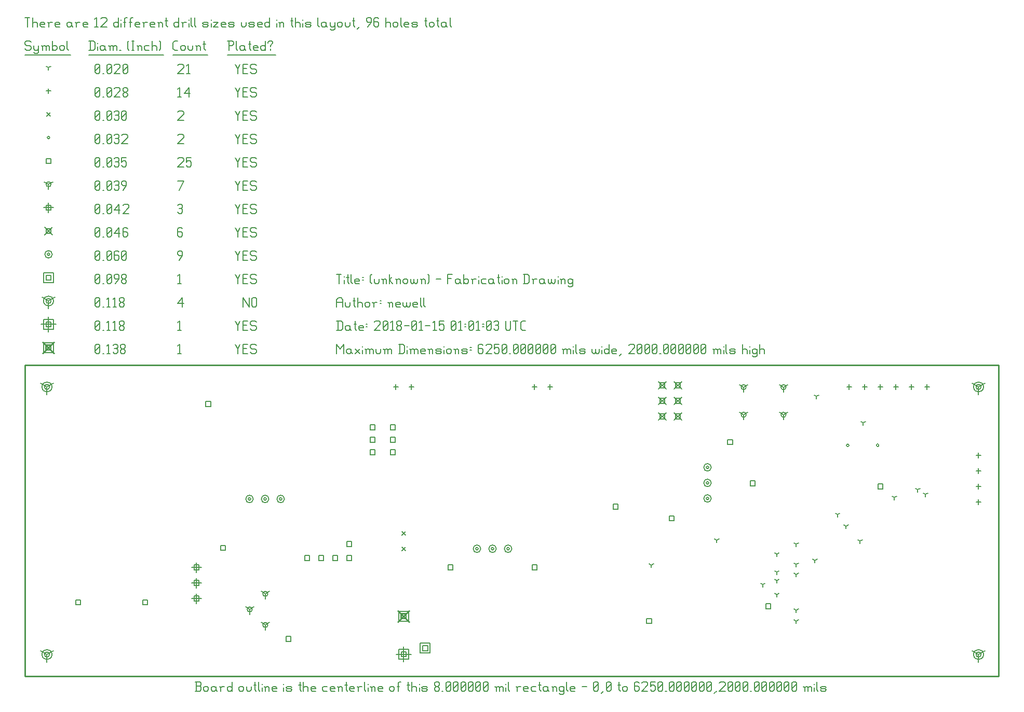
<source format=gbr>
G04 start of page 18 for group -1 layer_idx 16777221 *
G04 Title: (unknown), <virtual group> *
G04 Creator: pcb-rnd 1.2.7 *
G04 CreationDate: 2018-01-15 01:01:03 UTC *
G04 For: newell *
G04 Format: Gerber/RS-274X *
G04 PCB-Dimensions: 625000 200000 *
G04 PCB-Coordinate-Origin: lower left *
%MOIN*%
%FSLAX25Y25*%
%LNFAB*%
%ADD241C,0.0100*%
%ADD240C,0.0075*%
%ADD239C,0.0060*%
%ADD238R,0.0080X0.0080*%
%ADD237C,0.0001*%
G54D237*G36*
X239400Y42733D02*X247166Y34967D01*
X246600Y34401D01*
X238834Y42167D01*
X239400Y42733D01*
G37*
G36*
X238834Y34967D02*X246600Y42733D01*
X247166Y42167D01*
X239400Y34401D01*
X238834Y34967D01*
G37*
G54D238*X241400Y40167D02*X244600D01*
X241400D02*Y36967D01*
X244600D01*
Y40167D02*Y36967D01*
X239800Y41767D02*X246200D01*
X239800D02*Y35367D01*
X246200D01*
Y41767D02*Y35367D01*
G54D237*G36*
X11400Y215416D02*X19166Y207650D01*
X18600Y207084D01*
X10834Y214850D01*
X11400Y215416D01*
G37*
G36*
X10834Y207650D02*X18600Y215416D01*
X19166Y214850D01*
X11400Y207084D01*
X10834Y207650D01*
G37*
G54D238*X13400Y212850D02*X16600D01*
X13400D02*Y209650D01*
X16600D01*
Y212850D02*Y209650D01*
X11800Y214450D02*X18200D01*
X11800D02*Y208050D01*
X18200D01*
Y214450D02*Y208050D01*
G54D239*X135000Y213500D02*X136500Y210500D01*
X138000Y213500D01*
X136500Y210500D02*Y207500D01*
X139800Y210800D02*X142050D01*
X139800Y207500D02*X142800D01*
X139800Y213500D02*Y207500D01*
Y213500D02*X142800D01*
X147600D02*X148350Y212750D01*
X145350Y213500D02*X147600D01*
X144600Y212750D02*X145350Y213500D01*
X144600Y212750D02*Y211250D01*
X145350Y210500D01*
X147600D01*
X148350Y209750D01*
Y208250D01*
X147600Y207500D02*X148350Y208250D01*
X145350Y207500D02*X147600D01*
X144600Y208250D02*X145350Y207500D01*
X98000Y212300D02*X99200Y213500D01*
Y207500D01*
X98000D02*X100250D01*
X45000Y208250D02*X45750Y207500D01*
X45000Y212750D02*Y208250D01*
Y212750D02*X45750Y213500D01*
X47250D01*
X48000Y212750D01*
Y208250D01*
X47250Y207500D02*X48000Y208250D01*
X45750Y207500D02*X47250D01*
X45000Y209000D02*X48000Y212000D01*
X49800Y207500D02*X50550D01*
X52350Y212300D02*X53550Y213500D01*
Y207500D01*
X52350D02*X54600D01*
X56400Y212750D02*X57150Y213500D01*
X58650D01*
X59400Y212750D01*
X58650Y207500D02*X59400Y208250D01*
X57150Y207500D02*X58650D01*
X56400Y208250D02*X57150Y207500D01*
Y210800D02*X58650D01*
X59400Y212750D02*Y211550D01*
Y210050D02*Y208250D01*
Y210050D02*X58650Y210800D01*
X59400Y211550D02*X58650Y210800D01*
X61200Y208250D02*X61950Y207500D01*
X61200Y209450D02*Y208250D01*
Y209450D02*X62250Y210500D01*
X63150D01*
X64200Y209450D01*
Y208250D01*
X63450Y207500D02*X64200Y208250D01*
X61950Y207500D02*X63450D01*
X61200Y211550D02*X62250Y210500D01*
X61200Y212750D02*Y211550D01*
Y212750D02*X61950Y213500D01*
X63450D01*
X64200Y212750D01*
Y211550D01*
X63150Y210500D02*X64200Y211550D01*
X612000Y14000D02*Y9200D01*
Y14000D02*X616160Y16400D01*
X612000Y14000D02*X607840Y16400D01*
X610400Y14000D02*G75*G03X613600Y14000I1600J0D01*G01*
G75*G03X610400Y14000I-1600J0D01*G01*
X608800D02*G75*G03X615200Y14000I3200J0D01*G01*
G75*G03X608800Y14000I-3200J0D01*G01*
X612000Y186000D02*Y181200D01*
Y186000D02*X616160Y188400D01*
X612000Y186000D02*X607840Y188400D01*
X610400Y186000D02*G75*G03X613600Y186000I1600J0D01*G01*
G75*G03X610400Y186000I-1600J0D01*G01*
X608800D02*G75*G03X615200Y186000I3200J0D01*G01*
G75*G03X608800Y186000I-3200J0D01*G01*
X14000Y14000D02*Y9200D01*
Y14000D02*X18160Y16400D01*
X14000Y14000D02*X9840Y16400D01*
X12400Y14000D02*G75*G03X15600Y14000I1600J0D01*G01*
G75*G03X12400Y14000I-1600J0D01*G01*
X10800D02*G75*G03X17200Y14000I3200J0D01*G01*
G75*G03X10800Y14000I-3200J0D01*G01*
X14000Y186000D02*Y181200D01*
Y186000D02*X18160Y188400D01*
X14000Y186000D02*X9840Y188400D01*
X12400Y186000D02*G75*G03X15600Y186000I1600J0D01*G01*
G75*G03X12400Y186000I-1600J0D01*G01*
X10800D02*G75*G03X17200Y186000I3200J0D01*G01*
G75*G03X10800Y186000I-3200J0D01*G01*
X243000Y18957D02*Y9357D01*
X238200Y14157D02*X247800D01*
X241400Y15757D02*X244600D01*
X241400D02*Y12557D01*
X244600D01*
Y15757D02*Y12557D01*
X239800Y17357D02*X246200D01*
X239800D02*Y10957D01*
X246200D01*
Y17357D02*Y10957D01*
X15000Y231050D02*Y221450D01*
X10200Y226250D02*X19800D01*
X13400Y227850D02*X16600D01*
X13400D02*Y224650D01*
X16600D01*
Y227850D02*Y224650D01*
X11800Y229450D02*X18200D01*
X11800D02*Y223050D01*
X18200D01*
Y229450D02*Y223050D01*
X135000Y228500D02*X136500Y225500D01*
X138000Y228500D01*
X136500Y225500D02*Y222500D01*
X139800Y225800D02*X142050D01*
X139800Y222500D02*X142800D01*
X139800Y228500D02*Y222500D01*
Y228500D02*X142800D01*
X147600D02*X148350Y227750D01*
X145350Y228500D02*X147600D01*
X144600Y227750D02*X145350Y228500D01*
X144600Y227750D02*Y226250D01*
X145350Y225500D01*
X147600D01*
X148350Y224750D01*
Y223250D01*
X147600Y222500D02*X148350Y223250D01*
X145350Y222500D02*X147600D01*
X144600Y223250D02*X145350Y222500D01*
X98000Y227300D02*X99200Y228500D01*
Y222500D01*
X98000D02*X100250D01*
X15000Y241250D02*Y236450D01*
Y241250D02*X19160Y243650D01*
X15000Y241250D02*X10840Y243650D01*
X13400Y241250D02*G75*G03X16600Y241250I1600J0D01*G01*
G75*G03X13400Y241250I-1600J0D01*G01*
X11800D02*G75*G03X18200Y241250I3200J0D01*G01*
G75*G03X11800Y241250I-3200J0D01*G01*
X140000Y243500D02*Y237500D01*
Y243500D02*X143750Y237500D01*
Y243500D02*Y237500D01*
X145550Y242750D02*Y238250D01*
Y242750D02*X146300Y243500D01*
X147800D01*
X148550Y242750D01*
Y238250D01*
X147800Y237500D02*X148550Y238250D01*
X146300Y237500D02*X147800D01*
X145550Y238250D02*X146300Y237500D01*
X98000Y239750D02*X101000Y243500D01*
X98000Y239750D02*X101750D01*
X101000Y243500D02*Y237500D01*
X45000Y238250D02*X45750Y237500D01*
X45000Y242750D02*Y238250D01*
Y242750D02*X45750Y243500D01*
X47250D01*
X48000Y242750D01*
Y238250D01*
X47250Y237500D02*X48000Y238250D01*
X45750Y237500D02*X47250D01*
X45000Y239000D02*X48000Y242000D01*
X49800Y237500D02*X50550D01*
X52350Y242300D02*X53550Y243500D01*
Y237500D01*
X52350D02*X54600D01*
X56400Y242300D02*X57600Y243500D01*
Y237500D01*
X56400D02*X58650D01*
X60450Y238250D02*X61200Y237500D01*
X60450Y239450D02*Y238250D01*
Y239450D02*X61500Y240500D01*
X62400D01*
X63450Y239450D01*
Y238250D01*
X62700Y237500D02*X63450Y238250D01*
X61200Y237500D02*X62700D01*
X60450Y241550D02*X61500Y240500D01*
X60450Y242750D02*Y241550D01*
Y242750D02*X61200Y243500D01*
X62700D01*
X63450Y242750D01*
Y241550D01*
X62400Y240500D02*X63450Y241550D01*
X45000Y223250D02*X45750Y222500D01*
X45000Y227750D02*Y223250D01*
Y227750D02*X45750Y228500D01*
X47250D01*
X48000Y227750D01*
Y223250D01*
X47250Y222500D02*X48000Y223250D01*
X45750Y222500D02*X47250D01*
X45000Y224000D02*X48000Y227000D01*
X49800Y222500D02*X50550D01*
X52350Y227300D02*X53550Y228500D01*
Y222500D01*
X52350D02*X54600D01*
X56400Y227300D02*X57600Y228500D01*
Y222500D01*
X56400D02*X58650D01*
X60450Y223250D02*X61200Y222500D01*
X60450Y224450D02*Y223250D01*
Y224450D02*X61500Y225500D01*
X62400D01*
X63450Y224450D01*
Y223250D01*
X62700Y222500D02*X63450Y223250D01*
X61200Y222500D02*X62700D01*
X60450Y226550D02*X61500Y225500D01*
X60450Y227750D02*Y226550D01*
Y227750D02*X61200Y228500D01*
X62700D01*
X63450Y227750D01*
Y226550D01*
X62400Y225500D02*X63450Y226550D01*
X255180Y19694D02*X258380D01*
X255180D02*Y16494D01*
X258380D01*
Y19694D02*Y16494D01*
X253580Y21294D02*X259980D01*
X253580D02*Y14894D01*
X259980D01*
Y21294D02*Y14894D01*
X13400Y257850D02*X16600D01*
X13400D02*Y254650D01*
X16600D01*
Y257850D02*Y254650D01*
X11800Y259450D02*X18200D01*
X11800D02*Y253050D01*
X18200D01*
Y259450D02*Y253050D01*
X135000Y258500D02*X136500Y255500D01*
X138000Y258500D01*
X136500Y255500D02*Y252500D01*
X139800Y255800D02*X142050D01*
X139800Y252500D02*X142800D01*
X139800Y258500D02*Y252500D01*
Y258500D02*X142800D01*
X147600D02*X148350Y257750D01*
X145350Y258500D02*X147600D01*
X144600Y257750D02*X145350Y258500D01*
X144600Y257750D02*Y256250D01*
X145350Y255500D01*
X147600D01*
X148350Y254750D01*
Y253250D01*
X147600Y252500D02*X148350Y253250D01*
X145350Y252500D02*X147600D01*
X144600Y253250D02*X145350Y252500D01*
X98000Y257300D02*X99200Y258500D01*
Y252500D01*
X98000D02*X100250D01*
X45000Y253250D02*X45750Y252500D01*
X45000Y257750D02*Y253250D01*
Y257750D02*X45750Y258500D01*
X47250D01*
X48000Y257750D01*
Y253250D01*
X47250Y252500D02*X48000Y253250D01*
X45750Y252500D02*X47250D01*
X45000Y254000D02*X48000Y257000D01*
X49800Y252500D02*X50550D01*
X52350Y253250D02*X53100Y252500D01*
X52350Y257750D02*Y253250D01*
Y257750D02*X53100Y258500D01*
X54600D01*
X55350Y257750D01*
Y253250D01*
X54600Y252500D02*X55350Y253250D01*
X53100Y252500D02*X54600D01*
X52350Y254000D02*X55350Y257000D01*
X57900Y252500D02*X60150Y255500D01*
Y257750D02*Y255500D01*
X59400Y258500D02*X60150Y257750D01*
X57900Y258500D02*X59400D01*
X57150Y257750D02*X57900Y258500D01*
X57150Y257750D02*Y256250D01*
X57900Y255500D01*
X60150D01*
X61950Y253250D02*X62700Y252500D01*
X61950Y254450D02*Y253250D01*
Y254450D02*X63000Y255500D01*
X63900D01*
X64950Y254450D01*
Y253250D01*
X64200Y252500D02*X64950Y253250D01*
X62700Y252500D02*X64200D01*
X61950Y256550D02*X63000Y255500D01*
X61950Y257750D02*Y256550D01*
Y257750D02*X62700Y258500D01*
X64200D01*
X64950Y257750D01*
Y256550D01*
X63900Y255500D02*X64950Y256550D01*
X437200Y114300D02*G75*G03X438800Y114300I800J0D01*G01*
G75*G03X437200Y114300I-800J0D01*G01*
X435600D02*G75*G03X440400Y114300I2400J0D01*G01*
G75*G03X435600Y114300I-2400J0D01*G01*
X437200Y124300D02*G75*G03X438800Y124300I800J0D01*G01*
G75*G03X437200Y124300I-800J0D01*G01*
X435600D02*G75*G03X440400Y124300I2400J0D01*G01*
G75*G03X435600Y124300I-2400J0D01*G01*
X437200Y134300D02*G75*G03X438800Y134300I800J0D01*G01*
G75*G03X437200Y134300I-800J0D01*G01*
X435600D02*G75*G03X440400Y134300I2400J0D01*G01*
G75*G03X435600Y134300I-2400J0D01*G01*
X289200Y82000D02*G75*G03X290800Y82000I800J0D01*G01*
G75*G03X289200Y82000I-800J0D01*G01*
X287600D02*G75*G03X292400Y82000I2400J0D01*G01*
G75*G03X287600Y82000I-2400J0D01*G01*
X299200D02*G75*G03X300800Y82000I800J0D01*G01*
G75*G03X299200Y82000I-800J0D01*G01*
X297600D02*G75*G03X302400Y82000I2400J0D01*G01*
G75*G03X297600Y82000I-2400J0D01*G01*
X309200D02*G75*G03X310800Y82000I800J0D01*G01*
G75*G03X309200Y82000I-800J0D01*G01*
X307600D02*G75*G03X312400Y82000I2400J0D01*G01*
G75*G03X307600Y82000I-2400J0D01*G01*
X143200Y114000D02*G75*G03X144800Y114000I800J0D01*G01*
G75*G03X143200Y114000I-800J0D01*G01*
X141600D02*G75*G03X146400Y114000I2400J0D01*G01*
G75*G03X141600Y114000I-2400J0D01*G01*
X153200D02*G75*G03X154800Y114000I800J0D01*G01*
G75*G03X153200Y114000I-800J0D01*G01*
X151600D02*G75*G03X156400Y114000I2400J0D01*G01*
G75*G03X151600Y114000I-2400J0D01*G01*
X163200D02*G75*G03X164800Y114000I800J0D01*G01*
G75*G03X163200Y114000I-800J0D01*G01*
X161600D02*G75*G03X166400Y114000I2400J0D01*G01*
G75*G03X161600Y114000I-2400J0D01*G01*
X14200Y271250D02*G75*G03X15800Y271250I800J0D01*G01*
G75*G03X14200Y271250I-800J0D01*G01*
X12600D02*G75*G03X17400Y271250I2400J0D01*G01*
G75*G03X12600Y271250I-2400J0D01*G01*
X135000Y273500D02*X136500Y270500D01*
X138000Y273500D01*
X136500Y270500D02*Y267500D01*
X139800Y270800D02*X142050D01*
X139800Y267500D02*X142800D01*
X139800Y273500D02*Y267500D01*
Y273500D02*X142800D01*
X147600D02*X148350Y272750D01*
X145350Y273500D02*X147600D01*
X144600Y272750D02*X145350Y273500D01*
X144600Y272750D02*Y271250D01*
X145350Y270500D01*
X147600D01*
X148350Y269750D01*
Y268250D01*
X147600Y267500D02*X148350Y268250D01*
X145350Y267500D02*X147600D01*
X144600Y268250D02*X145350Y267500D01*
X98750D02*X101000Y270500D01*
Y272750D02*Y270500D01*
X100250Y273500D02*X101000Y272750D01*
X98750Y273500D02*X100250D01*
X98000Y272750D02*X98750Y273500D01*
X98000Y272750D02*Y271250D01*
X98750Y270500D01*
X101000D01*
X45000Y268250D02*X45750Y267500D01*
X45000Y272750D02*Y268250D01*
Y272750D02*X45750Y273500D01*
X47250D01*
X48000Y272750D01*
Y268250D01*
X47250Y267500D02*X48000Y268250D01*
X45750Y267500D02*X47250D01*
X45000Y269000D02*X48000Y272000D01*
X49800Y267500D02*X50550D01*
X52350Y268250D02*X53100Y267500D01*
X52350Y272750D02*Y268250D01*
Y272750D02*X53100Y273500D01*
X54600D01*
X55350Y272750D01*
Y268250D01*
X54600Y267500D02*X55350Y268250D01*
X53100Y267500D02*X54600D01*
X52350Y269000D02*X55350Y272000D01*
X59400Y273500D02*X60150Y272750D01*
X57900Y273500D02*X59400D01*
X57150Y272750D02*X57900Y273500D01*
X57150Y272750D02*Y268250D01*
X57900Y267500D01*
X59400Y270800D02*X60150Y270050D01*
X57150Y270800D02*X59400D01*
X57900Y267500D02*X59400D01*
X60150Y268250D01*
Y270050D02*Y268250D01*
X61950D02*X62700Y267500D01*
X61950Y272750D02*Y268250D01*
Y272750D02*X62700Y273500D01*
X64200D01*
X64950Y272750D01*
Y268250D01*
X64200Y267500D02*X64950Y268250D01*
X62700Y267500D02*X64200D01*
X61950Y269000D02*X64950Y272000D01*
X406600Y189400D02*X411400Y184600D01*
X406600D02*X411400Y189400D01*
X407400Y188600D02*X410600D01*
X407400D02*Y185400D01*
X410600D01*
Y188600D02*Y185400D01*
X416600Y189400D02*X421400Y184600D01*
X416600D02*X421400Y189400D01*
X417400Y188600D02*X420600D01*
X417400D02*Y185400D01*
X420600D01*
Y188600D02*Y185400D01*
X406600Y179400D02*X411400Y174600D01*
X406600D02*X411400Y179400D01*
X407400Y178600D02*X410600D01*
X407400D02*Y175400D01*
X410600D01*
Y178600D02*Y175400D01*
X416600Y179400D02*X421400Y174600D01*
X416600D02*X421400Y179400D01*
X417400Y178600D02*X420600D01*
X417400D02*Y175400D01*
X420600D01*
Y178600D02*Y175400D01*
X406600Y169400D02*X411400Y164600D01*
X406600D02*X411400Y169400D01*
X407400Y168600D02*X410600D01*
X407400D02*Y165400D01*
X410600D01*
Y168600D02*Y165400D01*
X416600Y169400D02*X421400Y164600D01*
X416600D02*X421400Y169400D01*
X417400Y168600D02*X420600D01*
X417400D02*Y165400D01*
X420600D01*
Y168600D02*Y165400D01*
X12600Y288650D02*X17400Y283850D01*
X12600D02*X17400Y288650D01*
X13400Y287850D02*X16600D01*
X13400D02*Y284650D01*
X16600D01*
Y287850D02*Y284650D01*
X135000Y288500D02*X136500Y285500D01*
X138000Y288500D01*
X136500Y285500D02*Y282500D01*
X139800Y285800D02*X142050D01*
X139800Y282500D02*X142800D01*
X139800Y288500D02*Y282500D01*
Y288500D02*X142800D01*
X147600D02*X148350Y287750D01*
X145350Y288500D02*X147600D01*
X144600Y287750D02*X145350Y288500D01*
X144600Y287750D02*Y286250D01*
X145350Y285500D01*
X147600D01*
X148350Y284750D01*
Y283250D01*
X147600Y282500D02*X148350Y283250D01*
X145350Y282500D02*X147600D01*
X144600Y283250D02*X145350Y282500D01*
X100250Y288500D02*X101000Y287750D01*
X98750Y288500D02*X100250D01*
X98000Y287750D02*X98750Y288500D01*
X98000Y287750D02*Y283250D01*
X98750Y282500D01*
X100250Y285800D02*X101000Y285050D01*
X98000Y285800D02*X100250D01*
X98750Y282500D02*X100250D01*
X101000Y283250D01*
Y285050D02*Y283250D01*
X45000D02*X45750Y282500D01*
X45000Y287750D02*Y283250D01*
Y287750D02*X45750Y288500D01*
X47250D01*
X48000Y287750D01*
Y283250D01*
X47250Y282500D02*X48000Y283250D01*
X45750Y282500D02*X47250D01*
X45000Y284000D02*X48000Y287000D01*
X49800Y282500D02*X50550D01*
X52350Y283250D02*X53100Y282500D01*
X52350Y287750D02*Y283250D01*
Y287750D02*X53100Y288500D01*
X54600D01*
X55350Y287750D01*
Y283250D01*
X54600Y282500D02*X55350Y283250D01*
X53100Y282500D02*X54600D01*
X52350Y284000D02*X55350Y287000D01*
X57150Y284750D02*X60150Y288500D01*
X57150Y284750D02*X60900D01*
X60150Y288500D02*Y282500D01*
X64950Y288500D02*X65700Y287750D01*
X63450Y288500D02*X64950D01*
X62700Y287750D02*X63450Y288500D01*
X62700Y287750D02*Y283250D01*
X63450Y282500D01*
X64950Y285800D02*X65700Y285050D01*
X62700Y285800D02*X64950D01*
X63450Y282500D02*X64950D01*
X65700Y283250D01*
Y285050D02*Y283250D01*
X110000Y53200D02*Y46800D01*
X106800Y50000D02*X113200D01*
X108400Y51600D02*X111600D01*
X108400D02*Y48400D01*
X111600D01*
Y51600D02*Y48400D01*
X110000Y63200D02*Y56800D01*
X106800Y60000D02*X113200D01*
X108400Y61600D02*X111600D01*
X108400D02*Y58400D01*
X111600D01*
Y61600D02*Y58400D01*
X110000Y73200D02*Y66800D01*
X106800Y70000D02*X113200D01*
X108400Y71600D02*X111600D01*
X108400D02*Y68400D01*
X111600D01*
Y71600D02*Y68400D01*
X15000Y304450D02*Y298050D01*
X11800Y301250D02*X18200D01*
X13400Y302850D02*X16600D01*
X13400D02*Y299650D01*
X16600D01*
Y302850D02*Y299650D01*
X135000Y303500D02*X136500Y300500D01*
X138000Y303500D01*
X136500Y300500D02*Y297500D01*
X139800Y300800D02*X142050D01*
X139800Y297500D02*X142800D01*
X139800Y303500D02*Y297500D01*
Y303500D02*X142800D01*
X147600D02*X148350Y302750D01*
X145350Y303500D02*X147600D01*
X144600Y302750D02*X145350Y303500D01*
X144600Y302750D02*Y301250D01*
X145350Y300500D01*
X147600D01*
X148350Y299750D01*
Y298250D01*
X147600Y297500D02*X148350Y298250D01*
X145350Y297500D02*X147600D01*
X144600Y298250D02*X145350Y297500D01*
X98000Y302750D02*X98750Y303500D01*
X100250D01*
X101000Y302750D01*
X100250Y297500D02*X101000Y298250D01*
X98750Y297500D02*X100250D01*
X98000Y298250D02*X98750Y297500D01*
Y300800D02*X100250D01*
X101000Y302750D02*Y301550D01*
Y300050D02*Y298250D01*
Y300050D02*X100250Y300800D01*
X101000Y301550D02*X100250Y300800D01*
X45000Y298250D02*X45750Y297500D01*
X45000Y302750D02*Y298250D01*
Y302750D02*X45750Y303500D01*
X47250D01*
X48000Y302750D01*
Y298250D01*
X47250Y297500D02*X48000Y298250D01*
X45750Y297500D02*X47250D01*
X45000Y299000D02*X48000Y302000D01*
X49800Y297500D02*X50550D01*
X52350Y298250D02*X53100Y297500D01*
X52350Y302750D02*Y298250D01*
Y302750D02*X53100Y303500D01*
X54600D01*
X55350Y302750D01*
Y298250D01*
X54600Y297500D02*X55350Y298250D01*
X53100Y297500D02*X54600D01*
X52350Y299000D02*X55350Y302000D01*
X57150Y299750D02*X60150Y303500D01*
X57150Y299750D02*X60900D01*
X60150Y303500D02*Y297500D01*
X62700Y302750D02*X63450Y303500D01*
X65700D01*
X66450Y302750D01*
Y301250D01*
X62700Y297500D02*X66450Y301250D01*
X62700Y297500D02*X66450D01*
X154138Y53000D02*Y49800D01*
Y53000D02*X156911Y54600D01*
X154138Y53000D02*X151364Y54600D01*
X152538Y53000D02*G75*G03X155738Y53000I1600J0D01*G01*
G75*G03X152538Y53000I-1600J0D01*G01*
X154138Y33000D02*Y29800D01*
Y33000D02*X156911Y34600D01*
X154138Y33000D02*X151364Y34600D01*
X152538Y33000D02*G75*G03X155738Y33000I1600J0D01*G01*
G75*G03X152538Y33000I-1600J0D01*G01*
X144138Y43000D02*Y39800D01*
Y43000D02*X146911Y44600D01*
X144138Y43000D02*X141364Y44600D01*
X142538Y43000D02*G75*G03X145738Y43000I1600J0D01*G01*
G75*G03X142538Y43000I-1600J0D01*G01*
X461205Y168142D02*Y164942D01*
Y168142D02*X463978Y169742D01*
X461205Y168142D02*X458431Y169742D01*
X459605Y168142D02*G75*G03X462805Y168142I1600J0D01*G01*
G75*G03X459605Y168142I-1600J0D01*G01*
X486795D02*Y164942D01*
Y168142D02*X489569Y169742D01*
X486795Y168142D02*X484022Y169742D01*
X485195Y168142D02*G75*G03X488395Y168142I1600J0D01*G01*
G75*G03X485195Y168142I-1600J0D01*G01*
X461205Y185858D02*Y182658D01*
Y185858D02*X463978Y187458D01*
X461205Y185858D02*X458431Y187458D01*
X459605Y185858D02*G75*G03X462805Y185858I1600J0D01*G01*
G75*G03X459605Y185858I-1600J0D01*G01*
X486795D02*Y182658D01*
Y185858D02*X489569Y187458D01*
X486795Y185858D02*X484022Y187458D01*
X485195Y185858D02*G75*G03X488395Y185858I1600J0D01*G01*
G75*G03X485195Y185858I-1600J0D01*G01*
X15000Y316250D02*Y313050D01*
Y316250D02*X17773Y317850D01*
X15000Y316250D02*X12227Y317850D01*
X13400Y316250D02*G75*G03X16600Y316250I1600J0D01*G01*
G75*G03X13400Y316250I-1600J0D01*G01*
X135000Y318500D02*X136500Y315500D01*
X138000Y318500D01*
X136500Y315500D02*Y312500D01*
X139800Y315800D02*X142050D01*
X139800Y312500D02*X142800D01*
X139800Y318500D02*Y312500D01*
Y318500D02*X142800D01*
X147600D02*X148350Y317750D01*
X145350Y318500D02*X147600D01*
X144600Y317750D02*X145350Y318500D01*
X144600Y317750D02*Y316250D01*
X145350Y315500D01*
X147600D01*
X148350Y314750D01*
Y313250D01*
X147600Y312500D02*X148350Y313250D01*
X145350Y312500D02*X147600D01*
X144600Y313250D02*X145350Y312500D01*
X98750D02*X101750Y318500D01*
X98000D02*X101750D01*
X45000Y313250D02*X45750Y312500D01*
X45000Y317750D02*Y313250D01*
Y317750D02*X45750Y318500D01*
X47250D01*
X48000Y317750D01*
Y313250D01*
X47250Y312500D02*X48000Y313250D01*
X45750Y312500D02*X47250D01*
X45000Y314000D02*X48000Y317000D01*
X49800Y312500D02*X50550D01*
X52350Y313250D02*X53100Y312500D01*
X52350Y317750D02*Y313250D01*
Y317750D02*X53100Y318500D01*
X54600D01*
X55350Y317750D01*
Y313250D01*
X54600Y312500D02*X55350Y313250D01*
X53100Y312500D02*X54600D01*
X52350Y314000D02*X55350Y317000D01*
X57150Y317750D02*X57900Y318500D01*
X59400D01*
X60150Y317750D01*
X59400Y312500D02*X60150Y313250D01*
X57900Y312500D02*X59400D01*
X57150Y313250D02*X57900Y312500D01*
Y315800D02*X59400D01*
X60150Y317750D02*Y316550D01*
Y315050D02*Y313250D01*
Y315050D02*X59400Y315800D01*
X60150Y316550D02*X59400Y315800D01*
X62700Y312500D02*X64950Y315500D01*
Y317750D02*Y315500D01*
X64200Y318500D02*X64950Y317750D01*
X62700Y318500D02*X64200D01*
X61950Y317750D02*X62700Y318500D01*
X61950Y317750D02*Y316250D01*
X62700Y315500D01*
X64950D01*
X115900Y176600D02*X119100D01*
X115900D02*Y173400D01*
X119100D01*
Y176600D02*Y173400D01*
X188400Y77600D02*X191600D01*
X188400D02*Y74400D01*
X191600D01*
Y77600D02*Y74400D01*
X197400Y77600D02*X200600D01*
X197400D02*Y74400D01*
X200600D01*
Y77600D02*Y74400D01*
X206400Y77600D02*X209600D01*
X206400D02*Y74400D01*
X209600D01*
Y77600D02*Y74400D01*
X206400Y86600D02*X209600D01*
X206400D02*Y83400D01*
X209600D01*
Y86600D02*Y83400D01*
X179400Y77600D02*X182600D01*
X179400D02*Y74400D01*
X182600D01*
Y77600D02*Y74400D01*
X167400Y25600D02*X170600D01*
X167400D02*Y22400D01*
X170600D01*
Y25600D02*Y22400D01*
X75400Y49100D02*X78600D01*
X75400D02*Y45900D01*
X78600D01*
Y49100D02*Y45900D01*
X32400Y49100D02*X35600D01*
X32400D02*Y45900D01*
X35600D01*
Y49100D02*Y45900D01*
X221400Y145600D02*X224600D01*
X221400D02*Y142400D01*
X224600D01*
Y145600D02*Y142400D01*
X221400Y153600D02*X224600D01*
X221400D02*Y150400D01*
X224600D01*
Y153600D02*Y150400D01*
X221400Y161600D02*X224600D01*
X221400D02*Y158400D01*
X224600D01*
Y161600D02*Y158400D01*
X234400Y145600D02*X237600D01*
X234400D02*Y142400D01*
X237600D01*
Y145600D02*Y142400D01*
X234400Y153600D02*X237600D01*
X234400D02*Y150400D01*
X237600D01*
Y153600D02*Y150400D01*
X234400Y161600D02*X237600D01*
X234400D02*Y158400D01*
X237600D01*
Y161600D02*Y158400D01*
X271400Y71600D02*X274600D01*
X271400D02*Y68400D01*
X274600D01*
Y71600D02*Y68400D01*
X325400Y71600D02*X328600D01*
X325400D02*Y68400D01*
X328600D01*
Y71600D02*Y68400D01*
X547400Y123600D02*X550600D01*
X547400D02*Y120400D01*
X550600D01*
Y123600D02*Y120400D01*
X398900Y37100D02*X402100D01*
X398900D02*Y33900D01*
X402100D01*
Y37100D02*Y33900D01*
X475400Y46600D02*X478600D01*
X475400D02*Y43400D01*
X478600D01*
Y46600D02*Y43400D01*
X465400Y125600D02*X468600D01*
X465400D02*Y122400D01*
X468600D01*
Y125600D02*Y122400D01*
X377400Y110600D02*X380600D01*
X377400D02*Y107400D01*
X380600D01*
Y110600D02*Y107400D01*
X450900Y152100D02*X454100D01*
X450900D02*Y148900D01*
X454100D01*
Y152100D02*Y148900D01*
X413400Y103100D02*X416600D01*
X413400D02*Y99900D01*
X416600D01*
Y103100D02*Y99900D01*
X125400Y84100D02*X128600D01*
X125400D02*Y80900D01*
X128600D01*
Y84100D02*Y80900D01*
X13400Y332850D02*X16600D01*
X13400D02*Y329650D01*
X16600D01*
Y332850D02*Y329650D01*
X135000Y333500D02*X136500Y330500D01*
X138000Y333500D01*
X136500Y330500D02*Y327500D01*
X139800Y330800D02*X142050D01*
X139800Y327500D02*X142800D01*
X139800Y333500D02*Y327500D01*
Y333500D02*X142800D01*
X147600D02*X148350Y332750D01*
X145350Y333500D02*X147600D01*
X144600Y332750D02*X145350Y333500D01*
X144600Y332750D02*Y331250D01*
X145350Y330500D01*
X147600D01*
X148350Y329750D01*
Y328250D01*
X147600Y327500D02*X148350Y328250D01*
X145350Y327500D02*X147600D01*
X144600Y328250D02*X145350Y327500D01*
X98000Y332750D02*X98750Y333500D01*
X101000D01*
X101750Y332750D01*
Y331250D01*
X98000Y327500D02*X101750Y331250D01*
X98000Y327500D02*X101750D01*
X103550Y333500D02*X106550D01*
X103550D02*Y330500D01*
X104300Y331250D01*
X105800D01*
X106550Y330500D01*
Y328250D01*
X105800Y327500D02*X106550Y328250D01*
X104300Y327500D02*X105800D01*
X103550Y328250D02*X104300Y327500D01*
X45000Y328250D02*X45750Y327500D01*
X45000Y332750D02*Y328250D01*
Y332750D02*X45750Y333500D01*
X47250D01*
X48000Y332750D01*
Y328250D01*
X47250Y327500D02*X48000Y328250D01*
X45750Y327500D02*X47250D01*
X45000Y329000D02*X48000Y332000D01*
X49800Y327500D02*X50550D01*
X52350Y328250D02*X53100Y327500D01*
X52350Y332750D02*Y328250D01*
Y332750D02*X53100Y333500D01*
X54600D01*
X55350Y332750D01*
Y328250D01*
X54600Y327500D02*X55350Y328250D01*
X53100Y327500D02*X54600D01*
X52350Y329000D02*X55350Y332000D01*
X57150Y332750D02*X57900Y333500D01*
X59400D01*
X60150Y332750D01*
X59400Y327500D02*X60150Y328250D01*
X57900Y327500D02*X59400D01*
X57150Y328250D02*X57900Y327500D01*
Y330800D02*X59400D01*
X60150Y332750D02*Y331550D01*
Y330050D02*Y328250D01*
Y330050D02*X59400Y330800D01*
X60150Y331550D02*X59400Y330800D01*
X61950Y333500D02*X64950D01*
X61950D02*Y330500D01*
X62700Y331250D01*
X64200D01*
X64950Y330500D01*
Y328250D01*
X64200Y327500D02*X64950Y328250D01*
X62700Y327500D02*X64200D01*
X61950Y328250D02*X62700Y327500D01*
X527200Y148500D02*G75*G03X528800Y148500I800J0D01*G01*
G75*G03X527200Y148500I-800J0D01*G01*
X546400D02*G75*G03X548000Y148500I800J0D01*G01*
G75*G03X546400Y148500I-800J0D01*G01*
X14200Y346250D02*G75*G03X15800Y346250I800J0D01*G01*
G75*G03X14200Y346250I-800J0D01*G01*
X135000Y348500D02*X136500Y345500D01*
X138000Y348500D01*
X136500Y345500D02*Y342500D01*
X139800Y345800D02*X142050D01*
X139800Y342500D02*X142800D01*
X139800Y348500D02*Y342500D01*
Y348500D02*X142800D01*
X147600D02*X148350Y347750D01*
X145350Y348500D02*X147600D01*
X144600Y347750D02*X145350Y348500D01*
X144600Y347750D02*Y346250D01*
X145350Y345500D01*
X147600D01*
X148350Y344750D01*
Y343250D01*
X147600Y342500D02*X148350Y343250D01*
X145350Y342500D02*X147600D01*
X144600Y343250D02*X145350Y342500D01*
X98000Y347750D02*X98750Y348500D01*
X101000D01*
X101750Y347750D01*
Y346250D01*
X98000Y342500D02*X101750Y346250D01*
X98000Y342500D02*X101750D01*
X45000Y343250D02*X45750Y342500D01*
X45000Y347750D02*Y343250D01*
Y347750D02*X45750Y348500D01*
X47250D01*
X48000Y347750D01*
Y343250D01*
X47250Y342500D02*X48000Y343250D01*
X45750Y342500D02*X47250D01*
X45000Y344000D02*X48000Y347000D01*
X49800Y342500D02*X50550D01*
X52350Y343250D02*X53100Y342500D01*
X52350Y347750D02*Y343250D01*
Y347750D02*X53100Y348500D01*
X54600D01*
X55350Y347750D01*
Y343250D01*
X54600Y342500D02*X55350Y343250D01*
X53100Y342500D02*X54600D01*
X52350Y344000D02*X55350Y347000D01*
X57150Y347750D02*X57900Y348500D01*
X59400D01*
X60150Y347750D01*
X59400Y342500D02*X60150Y343250D01*
X57900Y342500D02*X59400D01*
X57150Y343250D02*X57900Y342500D01*
Y345800D02*X59400D01*
X60150Y347750D02*Y346550D01*
Y345050D02*Y343250D01*
Y345050D02*X59400Y345800D01*
X60150Y346550D02*X59400Y345800D01*
X61950Y347750D02*X62700Y348500D01*
X64950D01*
X65700Y347750D01*
Y346250D01*
X61950Y342500D02*X65700Y346250D01*
X61950Y342500D02*X65700D01*
X241800Y83200D02*X244200Y80800D01*
X241800D02*X244200Y83200D01*
X241800Y93200D02*X244200Y90800D01*
X241800D02*X244200Y93200D01*
X13800Y362450D02*X16200Y360050D01*
X13800D02*X16200Y362450D01*
X135000Y363500D02*X136500Y360500D01*
X138000Y363500D01*
X136500Y360500D02*Y357500D01*
X139800Y360800D02*X142050D01*
X139800Y357500D02*X142800D01*
X139800Y363500D02*Y357500D01*
Y363500D02*X142800D01*
X147600D02*X148350Y362750D01*
X145350Y363500D02*X147600D01*
X144600Y362750D02*X145350Y363500D01*
X144600Y362750D02*Y361250D01*
X145350Y360500D01*
X147600D01*
X148350Y359750D01*
Y358250D01*
X147600Y357500D02*X148350Y358250D01*
X145350Y357500D02*X147600D01*
X144600Y358250D02*X145350Y357500D01*
X98000Y362750D02*X98750Y363500D01*
X101000D01*
X101750Y362750D01*
Y361250D01*
X98000Y357500D02*X101750Y361250D01*
X98000Y357500D02*X101750D01*
X45000Y358250D02*X45750Y357500D01*
X45000Y362750D02*Y358250D01*
Y362750D02*X45750Y363500D01*
X47250D01*
X48000Y362750D01*
Y358250D01*
X47250Y357500D02*X48000Y358250D01*
X45750Y357500D02*X47250D01*
X45000Y359000D02*X48000Y362000D01*
X49800Y357500D02*X50550D01*
X52350Y358250D02*X53100Y357500D01*
X52350Y362750D02*Y358250D01*
Y362750D02*X53100Y363500D01*
X54600D01*
X55350Y362750D01*
Y358250D01*
X54600Y357500D02*X55350Y358250D01*
X53100Y357500D02*X54600D01*
X52350Y359000D02*X55350Y362000D01*
X57150Y362750D02*X57900Y363500D01*
X59400D01*
X60150Y362750D01*
X59400Y357500D02*X60150Y358250D01*
X57900Y357500D02*X59400D01*
X57150Y358250D02*X57900Y357500D01*
Y360800D02*X59400D01*
X60150Y362750D02*Y361550D01*
Y360050D02*Y358250D01*
Y360050D02*X59400Y360800D01*
X60150Y361550D02*X59400Y360800D01*
X61950Y358250D02*X62700Y357500D01*
X61950Y362750D02*Y358250D01*
Y362750D02*X62700Y363500D01*
X64200D01*
X64950Y362750D01*
Y358250D01*
X64200Y357500D02*X64950Y358250D01*
X62700Y357500D02*X64200D01*
X61950Y359000D02*X64950Y362000D01*
X579000Y187600D02*Y184400D01*
X577400Y186000D02*X580600D01*
X569000Y187600D02*Y184400D01*
X567400Y186000D02*X570600D01*
X559000Y187600D02*Y184400D01*
X557400Y186000D02*X560600D01*
X549000Y187600D02*Y184400D01*
X547400Y186000D02*X550600D01*
X539000Y187600D02*Y184400D01*
X537400Y186000D02*X540600D01*
X529000Y187600D02*Y184400D01*
X527400Y186000D02*X530600D01*
X327000Y187600D02*Y184400D01*
X325400Y186000D02*X328600D01*
X337000Y187600D02*Y184400D01*
X335400Y186000D02*X338600D01*
X238000Y187600D02*Y184400D01*
X236400Y186000D02*X239600D01*
X248000Y187600D02*Y184400D01*
X246400Y186000D02*X249600D01*
X612000Y113600D02*Y110400D01*
X610400Y112000D02*X613600D01*
X612000Y123600D02*Y120400D01*
X610400Y122000D02*X613600D01*
X612000Y133600D02*Y130400D01*
X610400Y132000D02*X613600D01*
X612000Y143600D02*Y140400D01*
X610400Y142000D02*X613600D01*
X15000Y377850D02*Y374650D01*
X13400Y376250D02*X16600D01*
X135000Y378500D02*X136500Y375500D01*
X138000Y378500D01*
X136500Y375500D02*Y372500D01*
X139800Y375800D02*X142050D01*
X139800Y372500D02*X142800D01*
X139800Y378500D02*Y372500D01*
Y378500D02*X142800D01*
X147600D02*X148350Y377750D01*
X145350Y378500D02*X147600D01*
X144600Y377750D02*X145350Y378500D01*
X144600Y377750D02*Y376250D01*
X145350Y375500D01*
X147600D01*
X148350Y374750D01*
Y373250D01*
X147600Y372500D02*X148350Y373250D01*
X145350Y372500D02*X147600D01*
X144600Y373250D02*X145350Y372500D01*
X98000Y377300D02*X99200Y378500D01*
Y372500D01*
X98000D02*X100250D01*
X102050Y374750D02*X105050Y378500D01*
X102050Y374750D02*X105800D01*
X105050Y378500D02*Y372500D01*
X45000Y373250D02*X45750Y372500D01*
X45000Y377750D02*Y373250D01*
Y377750D02*X45750Y378500D01*
X47250D01*
X48000Y377750D01*
Y373250D01*
X47250Y372500D02*X48000Y373250D01*
X45750Y372500D02*X47250D01*
X45000Y374000D02*X48000Y377000D01*
X49800Y372500D02*X50550D01*
X52350Y373250D02*X53100Y372500D01*
X52350Y377750D02*Y373250D01*
Y377750D02*X53100Y378500D01*
X54600D01*
X55350Y377750D01*
Y373250D01*
X54600Y372500D02*X55350Y373250D01*
X53100Y372500D02*X54600D01*
X52350Y374000D02*X55350Y377000D01*
X57150Y377750D02*X57900Y378500D01*
X60150D01*
X60900Y377750D01*
Y376250D01*
X57150Y372500D02*X60900Y376250D01*
X57150Y372500D02*X60900D01*
X62700Y373250D02*X63450Y372500D01*
X62700Y374450D02*Y373250D01*
Y374450D02*X63750Y375500D01*
X64650D01*
X65700Y374450D01*
Y373250D01*
X64950Y372500D02*X65700Y373250D01*
X63450Y372500D02*X64950D01*
X62700Y376550D02*X63750Y375500D01*
X62700Y377750D02*Y376550D01*
Y377750D02*X63450Y378500D01*
X64950D01*
X65700Y377750D01*
Y376550D01*
X64650Y375500D02*X65700Y376550D01*
X538000Y163000D02*Y161400D01*
Y163000D02*X539387Y163800D01*
X538000Y163000D02*X536613Y163800D01*
X573000Y120000D02*Y118400D01*
Y120000D02*X574387Y120800D01*
X573000Y120000D02*X571613Y120800D01*
X578000Y117000D02*Y115400D01*
Y117000D02*X579387Y117800D01*
X578000Y117000D02*X576613Y117800D01*
X558000Y115000D02*Y113400D01*
Y115000D02*X559387Y115800D01*
X558000Y115000D02*X556613Y115800D01*
X508000Y180000D02*Y178400D01*
Y180000D02*X509387Y180800D01*
X508000Y180000D02*X506613Y180800D01*
X495000Y42500D02*Y40900D01*
Y42500D02*X496387Y43300D01*
X495000Y42500D02*X493613Y43300D01*
X495000Y65500D02*Y63900D01*
Y65500D02*X496387Y66300D01*
X495000Y65500D02*X493613Y66300D01*
X495000Y72000D02*Y70400D01*
Y72000D02*X496387Y72800D01*
X495000Y72000D02*X493613Y72800D01*
X482500Y78500D02*Y76900D01*
Y78500D02*X483887Y79300D01*
X482500Y78500D02*X481113Y79300D01*
X482500Y52500D02*Y50900D01*
Y52500D02*X483887Y53300D01*
X482500Y52500D02*X481113Y53300D01*
X482500Y67000D02*Y65400D01*
Y67000D02*X483887Y67800D01*
X482500Y67000D02*X481113Y67800D01*
X482500Y61500D02*Y59900D01*
Y61500D02*X483887Y62300D01*
X482500Y61500D02*X481113Y62300D01*
X473500Y59000D02*Y57400D01*
Y59000D02*X474887Y59800D01*
X473500Y59000D02*X472113Y59800D01*
X402000Y71500D02*Y69900D01*
Y71500D02*X403387Y72300D01*
X402000Y71500D02*X400613Y72300D01*
X444000Y87500D02*Y85900D01*
Y87500D02*X445387Y88300D01*
X444000Y87500D02*X442613Y88300D01*
X507000Y74500D02*Y72900D01*
Y74500D02*X508387Y75300D01*
X507000Y74500D02*X505613Y75300D01*
X536000Y87000D02*Y85400D01*
Y87000D02*X537387Y87800D01*
X536000Y87000D02*X534613Y87800D01*
X521500Y104000D02*Y102400D01*
Y104000D02*X522887Y104800D01*
X521500Y104000D02*X520113Y104800D01*
X527000Y96500D02*Y94900D01*
Y96500D02*X528387Y97300D01*
X527000Y96500D02*X525613Y97300D01*
X495000Y85000D02*Y83400D01*
Y85000D02*X496387Y85800D01*
X495000Y85000D02*X493613Y85800D01*
X495000Y35500D02*Y33900D01*
Y35500D02*X496387Y36300D01*
X495000Y35500D02*X493613Y36300D01*
X15000Y391250D02*Y389650D01*
Y391250D02*X16387Y392050D01*
X15000Y391250D02*X13613Y392050D01*
X135000Y393500D02*X136500Y390500D01*
X138000Y393500D01*
X136500Y390500D02*Y387500D01*
X139800Y390800D02*X142050D01*
X139800Y387500D02*X142800D01*
X139800Y393500D02*Y387500D01*
Y393500D02*X142800D01*
X147600D02*X148350Y392750D01*
X145350Y393500D02*X147600D01*
X144600Y392750D02*X145350Y393500D01*
X144600Y392750D02*Y391250D01*
X145350Y390500D01*
X147600D01*
X148350Y389750D01*
Y388250D01*
X147600Y387500D02*X148350Y388250D01*
X145350Y387500D02*X147600D01*
X144600Y388250D02*X145350Y387500D01*
X98000Y392750D02*X98750Y393500D01*
X101000D01*
X101750Y392750D01*
Y391250D01*
X98000Y387500D02*X101750Y391250D01*
X98000Y387500D02*X101750D01*
X103550Y392300D02*X104750Y393500D01*
Y387500D01*
X103550D02*X105800D01*
X45000Y388250D02*X45750Y387500D01*
X45000Y392750D02*Y388250D01*
Y392750D02*X45750Y393500D01*
X47250D01*
X48000Y392750D01*
Y388250D01*
X47250Y387500D02*X48000Y388250D01*
X45750Y387500D02*X47250D01*
X45000Y389000D02*X48000Y392000D01*
X49800Y387500D02*X50550D01*
X52350Y388250D02*X53100Y387500D01*
X52350Y392750D02*Y388250D01*
Y392750D02*X53100Y393500D01*
X54600D01*
X55350Y392750D01*
Y388250D01*
X54600Y387500D02*X55350Y388250D01*
X53100Y387500D02*X54600D01*
X52350Y389000D02*X55350Y392000D01*
X57150Y392750D02*X57900Y393500D01*
X60150D01*
X60900Y392750D01*
Y391250D01*
X57150Y387500D02*X60900Y391250D01*
X57150Y387500D02*X60900D01*
X62700Y388250D02*X63450Y387500D01*
X62700Y392750D02*Y388250D01*
Y392750D02*X63450Y393500D01*
X64950D01*
X65700Y392750D01*
Y388250D01*
X64950Y387500D02*X65700Y388250D01*
X63450Y387500D02*X64950D01*
X62700Y389000D02*X65700Y392000D01*
X3000Y408500D02*X3750Y407750D01*
X750Y408500D02*X3000D01*
X0Y407750D02*X750Y408500D01*
X0Y407750D02*Y406250D01*
X750Y405500D01*
X3000D01*
X3750Y404750D01*
Y403250D01*
X3000Y402500D02*X3750Y403250D01*
X750Y402500D02*X3000D01*
X0Y403250D02*X750Y402500D01*
X5550Y405500D02*Y403250D01*
X6300Y402500D01*
X8550Y405500D02*Y401000D01*
X7800Y400250D02*X8550Y401000D01*
X6300Y400250D02*X7800D01*
X5550Y401000D02*X6300Y400250D01*
Y402500D02*X7800D01*
X8550Y403250D01*
X11100Y404750D02*Y402500D01*
Y404750D02*X11850Y405500D01*
X12600D01*
X13350Y404750D01*
Y402500D01*
Y404750D02*X14100Y405500D01*
X14850D01*
X15600Y404750D01*
Y402500D01*
X10350Y405500D02*X11100Y404750D01*
X17400Y408500D02*Y402500D01*
Y403250D02*X18150Y402500D01*
X19650D01*
X20400Y403250D01*
Y404750D02*Y403250D01*
X19650Y405500D02*X20400Y404750D01*
X18150Y405500D02*X19650D01*
X17400Y404750D02*X18150Y405500D01*
X22200Y404750D02*Y403250D01*
Y404750D02*X22950Y405500D01*
X24450D01*
X25200Y404750D01*
Y403250D01*
X24450Y402500D02*X25200Y403250D01*
X22950Y402500D02*X24450D01*
X22200Y403250D02*X22950Y402500D01*
X27000Y408500D02*Y403250D01*
X27750Y402500D01*
X0Y399250D02*X29250D01*
X41750Y408500D02*Y402500D01*
X43700Y408500D02*X44750Y407450D01*
Y403550D01*
X43700Y402500D02*X44750Y403550D01*
X41000Y402500D02*X43700D01*
X41000Y408500D02*X43700D01*
G54D240*X46550Y407000D02*Y406850D01*
G54D239*Y404750D02*Y402500D01*
X50300Y405500D02*X51050Y404750D01*
X48800Y405500D02*X50300D01*
X48050Y404750D02*X48800Y405500D01*
X48050Y404750D02*Y403250D01*
X48800Y402500D01*
X51050Y405500D02*Y403250D01*
X51800Y402500D01*
X48800D02*X50300D01*
X51050Y403250D01*
X54350Y404750D02*Y402500D01*
Y404750D02*X55100Y405500D01*
X55850D01*
X56600Y404750D01*
Y402500D01*
Y404750D02*X57350Y405500D01*
X58100D01*
X58850Y404750D01*
Y402500D01*
X53600Y405500D02*X54350Y404750D01*
X60650Y402500D02*X61400D01*
X65900Y403250D02*X66650Y402500D01*
X65900Y407750D02*X66650Y408500D01*
X65900Y407750D02*Y403250D01*
X68450Y408500D02*X69950D01*
X69200D02*Y402500D01*
X68450D02*X69950D01*
X72500Y404750D02*Y402500D01*
Y404750D02*X73250Y405500D01*
X74000D01*
X74750Y404750D01*
Y402500D01*
X71750Y405500D02*X72500Y404750D01*
X77300Y405500D02*X79550D01*
X76550Y404750D02*X77300Y405500D01*
X76550Y404750D02*Y403250D01*
X77300Y402500D01*
X79550D01*
X81350Y408500D02*Y402500D01*
Y404750D02*X82100Y405500D01*
X83600D01*
X84350Y404750D01*
Y402500D01*
X86150Y408500D02*X86900Y407750D01*
Y403250D01*
X86150Y402500D02*X86900Y403250D01*
X41000Y399250D02*X88700D01*
X96050Y402500D02*X98000D01*
X95000Y403550D02*X96050Y402500D01*
X95000Y407450D02*Y403550D01*
Y407450D02*X96050Y408500D01*
X98000D01*
X99800Y404750D02*Y403250D01*
Y404750D02*X100550Y405500D01*
X102050D01*
X102800Y404750D01*
Y403250D01*
X102050Y402500D02*X102800Y403250D01*
X100550Y402500D02*X102050D01*
X99800Y403250D02*X100550Y402500D01*
X104600Y405500D02*Y403250D01*
X105350Y402500D01*
X106850D01*
X107600Y403250D01*
Y405500D02*Y403250D01*
X110150Y404750D02*Y402500D01*
Y404750D02*X110900Y405500D01*
X111650D01*
X112400Y404750D01*
Y402500D01*
X109400Y405500D02*X110150Y404750D01*
X114950Y408500D02*Y403250D01*
X115700Y402500D01*
X114200Y406250D02*X115700D01*
X95000Y399250D02*X117200D01*
X130750Y408500D02*Y402500D01*
X130000Y408500D02*X133000D01*
X133750Y407750D01*
Y406250D01*
X133000Y405500D02*X133750Y406250D01*
X130750Y405500D02*X133000D01*
X135550Y408500D02*Y403250D01*
X136300Y402500D01*
X140050Y405500D02*X140800Y404750D01*
X138550Y405500D02*X140050D01*
X137800Y404750D02*X138550Y405500D01*
X137800Y404750D02*Y403250D01*
X138550Y402500D01*
X140800Y405500D02*Y403250D01*
X141550Y402500D01*
X138550D02*X140050D01*
X140800Y403250D01*
X144100Y408500D02*Y403250D01*
X144850Y402500D01*
X143350Y406250D02*X144850D01*
X147100Y402500D02*X149350D01*
X146350Y403250D02*X147100Y402500D01*
X146350Y404750D02*Y403250D01*
Y404750D02*X147100Y405500D01*
X148600D01*
X149350Y404750D01*
X146350Y404000D02*X149350D01*
Y404750D02*Y404000D01*
X154150Y408500D02*Y402500D01*
X153400D02*X154150Y403250D01*
X151900Y402500D02*X153400D01*
X151150Y403250D02*X151900Y402500D01*
X151150Y404750D02*Y403250D01*
Y404750D02*X151900Y405500D01*
X153400D01*
X154150Y404750D01*
X157450Y405500D02*Y404750D01*
Y403250D02*Y402500D01*
X155950Y407750D02*Y407000D01*
Y407750D02*X156700Y408500D01*
X158200D01*
X158950Y407750D01*
Y407000D01*
X157450Y405500D02*X158950Y407000D01*
X130000Y399250D02*X160750D01*
X0Y423500D02*X3000D01*
X1500D02*Y417500D01*
X4800Y423500D02*Y417500D01*
Y419750D02*X5550Y420500D01*
X7050D01*
X7800Y419750D01*
Y417500D01*
X10350D02*X12600D01*
X9600Y418250D02*X10350Y417500D01*
X9600Y419750D02*Y418250D01*
Y419750D02*X10350Y420500D01*
X11850D01*
X12600Y419750D01*
X9600Y419000D02*X12600D01*
Y419750D02*Y419000D01*
X15150Y419750D02*Y417500D01*
Y419750D02*X15900Y420500D01*
X17400D01*
X14400D02*X15150Y419750D01*
X19950Y417500D02*X22200D01*
X19200Y418250D02*X19950Y417500D01*
X19200Y419750D02*Y418250D01*
Y419750D02*X19950Y420500D01*
X21450D01*
X22200Y419750D01*
X19200Y419000D02*X22200D01*
Y419750D02*Y419000D01*
X28950Y420500D02*X29700Y419750D01*
X27450Y420500D02*X28950D01*
X26700Y419750D02*X27450Y420500D01*
X26700Y419750D02*Y418250D01*
X27450Y417500D01*
X29700Y420500D02*Y418250D01*
X30450Y417500D01*
X27450D02*X28950D01*
X29700Y418250D01*
X33000Y419750D02*Y417500D01*
Y419750D02*X33750Y420500D01*
X35250D01*
X32250D02*X33000Y419750D01*
X37800Y417500D02*X40050D01*
X37050Y418250D02*X37800Y417500D01*
X37050Y419750D02*Y418250D01*
Y419750D02*X37800Y420500D01*
X39300D01*
X40050Y419750D01*
X37050Y419000D02*X40050D01*
Y419750D02*Y419000D01*
X44550Y422300D02*X45750Y423500D01*
Y417500D01*
X44550D02*X46800D01*
X48600Y422750D02*X49350Y423500D01*
X51600D01*
X52350Y422750D01*
Y421250D01*
X48600Y417500D02*X52350Y421250D01*
X48600Y417500D02*X52350D01*
X59850Y423500D02*Y417500D01*
X59100D02*X59850Y418250D01*
X57600Y417500D02*X59100D01*
X56850Y418250D02*X57600Y417500D01*
X56850Y419750D02*Y418250D01*
Y419750D02*X57600Y420500D01*
X59100D01*
X59850Y419750D01*
G54D240*X61650Y422000D02*Y421850D01*
G54D239*Y419750D02*Y417500D01*
X63900Y422750D02*Y417500D01*
Y422750D02*X64650Y423500D01*
X65400D01*
X63150Y420500D02*X64650D01*
X67650Y422750D02*Y417500D01*
Y422750D02*X68400Y423500D01*
X69150D01*
X66900Y420500D02*X68400D01*
X71400Y417500D02*X73650D01*
X70650Y418250D02*X71400Y417500D01*
X70650Y419750D02*Y418250D01*
Y419750D02*X71400Y420500D01*
X72900D01*
X73650Y419750D01*
X70650Y419000D02*X73650D01*
Y419750D02*Y419000D01*
X76200Y419750D02*Y417500D01*
Y419750D02*X76950Y420500D01*
X78450D01*
X75450D02*X76200Y419750D01*
X81000Y417500D02*X83250D01*
X80250Y418250D02*X81000Y417500D01*
X80250Y419750D02*Y418250D01*
Y419750D02*X81000Y420500D01*
X82500D01*
X83250Y419750D01*
X80250Y419000D02*X83250D01*
Y419750D02*Y419000D01*
X85800Y419750D02*Y417500D01*
Y419750D02*X86550Y420500D01*
X87300D01*
X88050Y419750D01*
Y417500D01*
X85050Y420500D02*X85800Y419750D01*
X90600Y423500D02*Y418250D01*
X91350Y417500D01*
X89850Y421250D02*X91350D01*
X98550Y423500D02*Y417500D01*
X97800D02*X98550Y418250D01*
X96300Y417500D02*X97800D01*
X95550Y418250D02*X96300Y417500D01*
X95550Y419750D02*Y418250D01*
Y419750D02*X96300Y420500D01*
X97800D01*
X98550Y419750D01*
X101100D02*Y417500D01*
Y419750D02*X101850Y420500D01*
X103350D01*
X100350D02*X101100Y419750D01*
G54D240*X105150Y422000D02*Y421850D01*
G54D239*Y419750D02*Y417500D01*
X106650Y423500D02*Y418250D01*
X107400Y417500D01*
X108900Y423500D02*Y418250D01*
X109650Y417500D01*
X114600D02*X116850D01*
X117600Y418250D01*
X116850Y419000D02*X117600Y418250D01*
X114600Y419000D02*X116850D01*
X113850Y419750D02*X114600Y419000D01*
X113850Y419750D02*X114600Y420500D01*
X116850D01*
X117600Y419750D01*
X113850Y418250D02*X114600Y417500D01*
G54D240*X119400Y422000D02*Y421850D01*
G54D239*Y419750D02*Y417500D01*
X120900Y420500D02*X123900D01*
X120900Y417500D02*X123900Y420500D01*
X120900Y417500D02*X123900D01*
X126450D02*X128700D01*
X125700Y418250D02*X126450Y417500D01*
X125700Y419750D02*Y418250D01*
Y419750D02*X126450Y420500D01*
X127950D01*
X128700Y419750D01*
X125700Y419000D02*X128700D01*
Y419750D02*Y419000D01*
X131250Y417500D02*X133500D01*
X134250Y418250D01*
X133500Y419000D02*X134250Y418250D01*
X131250Y419000D02*X133500D01*
X130500Y419750D02*X131250Y419000D01*
X130500Y419750D02*X131250Y420500D01*
X133500D01*
X134250Y419750D01*
X130500Y418250D02*X131250Y417500D01*
X138750Y420500D02*Y418250D01*
X139500Y417500D01*
X141000D01*
X141750Y418250D01*
Y420500D02*Y418250D01*
X144300Y417500D02*X146550D01*
X147300Y418250D01*
X146550Y419000D02*X147300Y418250D01*
X144300Y419000D02*X146550D01*
X143550Y419750D02*X144300Y419000D01*
X143550Y419750D02*X144300Y420500D01*
X146550D01*
X147300Y419750D01*
X143550Y418250D02*X144300Y417500D01*
X149850D02*X152100D01*
X149100Y418250D02*X149850Y417500D01*
X149100Y419750D02*Y418250D01*
Y419750D02*X149850Y420500D01*
X151350D01*
X152100Y419750D01*
X149100Y419000D02*X152100D01*
Y419750D02*Y419000D01*
X156900Y423500D02*Y417500D01*
X156150D02*X156900Y418250D01*
X154650Y417500D02*X156150D01*
X153900Y418250D02*X154650Y417500D01*
X153900Y419750D02*Y418250D01*
Y419750D02*X154650Y420500D01*
X156150D01*
X156900Y419750D01*
G54D240*X161400Y422000D02*Y421850D01*
G54D239*Y419750D02*Y417500D01*
X163650Y419750D02*Y417500D01*
Y419750D02*X164400Y420500D01*
X165150D01*
X165900Y419750D01*
Y417500D01*
X162900Y420500D02*X163650Y419750D01*
X171150Y423500D02*Y418250D01*
X171900Y417500D01*
X170400Y421250D02*X171900D01*
X173400Y423500D02*Y417500D01*
Y419750D02*X174150Y420500D01*
X175650D01*
X176400Y419750D01*
Y417500D01*
G54D240*X178200Y422000D02*Y421850D01*
G54D239*Y419750D02*Y417500D01*
X180450D02*X182700D01*
X183450Y418250D01*
X182700Y419000D02*X183450Y418250D01*
X180450Y419000D02*X182700D01*
X179700Y419750D02*X180450Y419000D01*
X179700Y419750D02*X180450Y420500D01*
X182700D01*
X183450Y419750D01*
X179700Y418250D02*X180450Y417500D01*
X187950Y423500D02*Y418250D01*
X188700Y417500D01*
X192450Y420500D02*X193200Y419750D01*
X190950Y420500D02*X192450D01*
X190200Y419750D02*X190950Y420500D01*
X190200Y419750D02*Y418250D01*
X190950Y417500D01*
X193200Y420500D02*Y418250D01*
X193950Y417500D01*
X190950D02*X192450D01*
X193200Y418250D01*
X195750Y420500D02*Y418250D01*
X196500Y417500D01*
X198750Y420500D02*Y416000D01*
X198000Y415250D02*X198750Y416000D01*
X196500Y415250D02*X198000D01*
X195750Y416000D02*X196500Y415250D01*
Y417500D02*X198000D01*
X198750Y418250D01*
X200550Y419750D02*Y418250D01*
Y419750D02*X201300Y420500D01*
X202800D01*
X203550Y419750D01*
Y418250D01*
X202800Y417500D02*X203550Y418250D01*
X201300Y417500D02*X202800D01*
X200550Y418250D02*X201300Y417500D01*
X205350Y420500D02*Y418250D01*
X206100Y417500D01*
X207600D01*
X208350Y418250D01*
Y420500D02*Y418250D01*
X210900Y423500D02*Y418250D01*
X211650Y417500D01*
X210150Y421250D02*X211650D01*
X213150Y416000D02*X214650Y417500D01*
X219900D02*X222150Y420500D01*
Y422750D02*Y420500D01*
X221400Y423500D02*X222150Y422750D01*
X219900Y423500D02*X221400D01*
X219150Y422750D02*X219900Y423500D01*
X219150Y422750D02*Y421250D01*
X219900Y420500D01*
X222150D01*
X226200Y423500D02*X226950Y422750D01*
X224700Y423500D02*X226200D01*
X223950Y422750D02*X224700Y423500D01*
X223950Y422750D02*Y418250D01*
X224700Y417500D01*
X226200Y420800D02*X226950Y420050D01*
X223950Y420800D02*X226200D01*
X224700Y417500D02*X226200D01*
X226950Y418250D01*
Y420050D02*Y418250D01*
X231450Y423500D02*Y417500D01*
Y419750D02*X232200Y420500D01*
X233700D01*
X234450Y419750D01*
Y417500D01*
X236250Y419750D02*Y418250D01*
Y419750D02*X237000Y420500D01*
X238500D01*
X239250Y419750D01*
Y418250D01*
X238500Y417500D02*X239250Y418250D01*
X237000Y417500D02*X238500D01*
X236250Y418250D02*X237000Y417500D01*
X241050Y423500D02*Y418250D01*
X241800Y417500D01*
X244050D02*X246300D01*
X243300Y418250D02*X244050Y417500D01*
X243300Y419750D02*Y418250D01*
Y419750D02*X244050Y420500D01*
X245550D01*
X246300Y419750D01*
X243300Y419000D02*X246300D01*
Y419750D02*Y419000D01*
X248850Y417500D02*X251100D01*
X251850Y418250D01*
X251100Y419000D02*X251850Y418250D01*
X248850Y419000D02*X251100D01*
X248100Y419750D02*X248850Y419000D01*
X248100Y419750D02*X248850Y420500D01*
X251100D01*
X251850Y419750D01*
X248100Y418250D02*X248850Y417500D01*
X257100Y423500D02*Y418250D01*
X257850Y417500D01*
X256350Y421250D02*X257850D01*
X259350Y419750D02*Y418250D01*
Y419750D02*X260100Y420500D01*
X261600D01*
X262350Y419750D01*
Y418250D01*
X261600Y417500D02*X262350Y418250D01*
X260100Y417500D02*X261600D01*
X259350Y418250D02*X260100Y417500D01*
X264900Y423500D02*Y418250D01*
X265650Y417500D01*
X264150Y421250D02*X265650D01*
X269400Y420500D02*X270150Y419750D01*
X267900Y420500D02*X269400D01*
X267150Y419750D02*X267900Y420500D01*
X267150Y419750D02*Y418250D01*
X267900Y417500D01*
X270150Y420500D02*Y418250D01*
X270900Y417500D01*
X267900D02*X269400D01*
X270150Y418250D01*
X272700Y423500D02*Y418250D01*
X273450Y417500D01*
G54D241*X0Y200000D02*X625000D01*
X0D02*Y0D01*
X625000Y200000D02*Y0D01*
X0D02*X625000D01*
G54D239*X200000Y213500D02*Y207500D01*
Y213500D02*X202250Y210500D01*
X204500Y213500D01*
Y207500D01*
X208550Y210500D02*X209300Y209750D01*
X207050Y210500D02*X208550D01*
X206300Y209750D02*X207050Y210500D01*
X206300Y209750D02*Y208250D01*
X207050Y207500D01*
X209300Y210500D02*Y208250D01*
X210050Y207500D01*
X207050D02*X208550D01*
X209300Y208250D01*
X211850Y210500D02*X214850Y207500D01*
X211850D02*X214850Y210500D01*
G54D240*X216650Y212000D02*Y211850D01*
G54D239*Y209750D02*Y207500D01*
X218900Y209750D02*Y207500D01*
Y209750D02*X219650Y210500D01*
X220400D01*
X221150Y209750D01*
Y207500D01*
Y209750D02*X221900Y210500D01*
X222650D01*
X223400Y209750D01*
Y207500D01*
X218150Y210500D02*X218900Y209750D01*
X225200Y210500D02*Y208250D01*
X225950Y207500D01*
X227450D01*
X228200Y208250D01*
Y210500D02*Y208250D01*
X230750Y209750D02*Y207500D01*
Y209750D02*X231500Y210500D01*
X232250D01*
X233000Y209750D01*
Y207500D01*
Y209750D02*X233750Y210500D01*
X234500D01*
X235250Y209750D01*
Y207500D01*
X230000Y210500D02*X230750Y209750D01*
X240500Y213500D02*Y207500D01*
X242450Y213500D02*X243500Y212450D01*
Y208550D01*
X242450Y207500D02*X243500Y208550D01*
X239750Y207500D02*X242450D01*
X239750Y213500D02*X242450D01*
G54D240*X245300Y212000D02*Y211850D01*
G54D239*Y209750D02*Y207500D01*
X247550Y209750D02*Y207500D01*
Y209750D02*X248300Y210500D01*
X249050D01*
X249800Y209750D01*
Y207500D01*
Y209750D02*X250550Y210500D01*
X251300D01*
X252050Y209750D01*
Y207500D01*
X246800Y210500D02*X247550Y209750D01*
X254600Y207500D02*X256850D01*
X253850Y208250D02*X254600Y207500D01*
X253850Y209750D02*Y208250D01*
Y209750D02*X254600Y210500D01*
X256100D01*
X256850Y209750D01*
X253850Y209000D02*X256850D01*
Y209750D02*Y209000D01*
X259400Y209750D02*Y207500D01*
Y209750D02*X260150Y210500D01*
X260900D01*
X261650Y209750D01*
Y207500D01*
X258650Y210500D02*X259400Y209750D01*
X264200Y207500D02*X266450D01*
X267200Y208250D01*
X266450Y209000D02*X267200Y208250D01*
X264200Y209000D02*X266450D01*
X263450Y209750D02*X264200Y209000D01*
X263450Y209750D02*X264200Y210500D01*
X266450D01*
X267200Y209750D01*
X263450Y208250D02*X264200Y207500D01*
G54D240*X269000Y212000D02*Y211850D01*
G54D239*Y209750D02*Y207500D01*
X270500Y209750D02*Y208250D01*
Y209750D02*X271250Y210500D01*
X272750D01*
X273500Y209750D01*
Y208250D01*
X272750Y207500D02*X273500Y208250D01*
X271250Y207500D02*X272750D01*
X270500Y208250D02*X271250Y207500D01*
X276050Y209750D02*Y207500D01*
Y209750D02*X276800Y210500D01*
X277550D01*
X278300Y209750D01*
Y207500D01*
X275300Y210500D02*X276050Y209750D01*
X280850Y207500D02*X283100D01*
X283850Y208250D01*
X283100Y209000D02*X283850Y208250D01*
X280850Y209000D02*X283100D01*
X280100Y209750D02*X280850Y209000D01*
X280100Y209750D02*X280850Y210500D01*
X283100D01*
X283850Y209750D01*
X280100Y208250D02*X280850Y207500D01*
X285650Y211250D02*X286400D01*
X285650Y209750D02*X286400D01*
X293150Y213500D02*X293900Y212750D01*
X291650Y213500D02*X293150D01*
X290900Y212750D02*X291650Y213500D01*
X290900Y212750D02*Y208250D01*
X291650Y207500D01*
X293150Y210800D02*X293900Y210050D01*
X290900Y210800D02*X293150D01*
X291650Y207500D02*X293150D01*
X293900Y208250D01*
Y210050D02*Y208250D01*
X295700Y212750D02*X296450Y213500D01*
X298700D01*
X299450Y212750D01*
Y211250D01*
X295700Y207500D02*X299450Y211250D01*
X295700Y207500D02*X299450D01*
X301250Y213500D02*X304250D01*
X301250D02*Y210500D01*
X302000Y211250D01*
X303500D01*
X304250Y210500D01*
Y208250D01*
X303500Y207500D02*X304250Y208250D01*
X302000Y207500D02*X303500D01*
X301250Y208250D02*X302000Y207500D01*
X306050Y208250D02*X306800Y207500D01*
X306050Y212750D02*Y208250D01*
Y212750D02*X306800Y213500D01*
X308300D01*
X309050Y212750D01*
Y208250D01*
X308300Y207500D02*X309050Y208250D01*
X306800Y207500D02*X308300D01*
X306050Y209000D02*X309050Y212000D01*
X310850Y207500D02*X311600D01*
X313400Y208250D02*X314150Y207500D01*
X313400Y212750D02*Y208250D01*
Y212750D02*X314150Y213500D01*
X315650D01*
X316400Y212750D01*
Y208250D01*
X315650Y207500D02*X316400Y208250D01*
X314150Y207500D02*X315650D01*
X313400Y209000D02*X316400Y212000D01*
X318200Y208250D02*X318950Y207500D01*
X318200Y212750D02*Y208250D01*
Y212750D02*X318950Y213500D01*
X320450D01*
X321200Y212750D01*
Y208250D01*
X320450Y207500D02*X321200Y208250D01*
X318950Y207500D02*X320450D01*
X318200Y209000D02*X321200Y212000D01*
X323000Y208250D02*X323750Y207500D01*
X323000Y212750D02*Y208250D01*
Y212750D02*X323750Y213500D01*
X325250D01*
X326000Y212750D01*
Y208250D01*
X325250Y207500D02*X326000Y208250D01*
X323750Y207500D02*X325250D01*
X323000Y209000D02*X326000Y212000D01*
X327800Y208250D02*X328550Y207500D01*
X327800Y212750D02*Y208250D01*
Y212750D02*X328550Y213500D01*
X330050D01*
X330800Y212750D01*
Y208250D01*
X330050Y207500D02*X330800Y208250D01*
X328550Y207500D02*X330050D01*
X327800Y209000D02*X330800Y212000D01*
X332600Y208250D02*X333350Y207500D01*
X332600Y212750D02*Y208250D01*
Y212750D02*X333350Y213500D01*
X334850D01*
X335600Y212750D01*
Y208250D01*
X334850Y207500D02*X335600Y208250D01*
X333350Y207500D02*X334850D01*
X332600Y209000D02*X335600Y212000D01*
X337400Y208250D02*X338150Y207500D01*
X337400Y212750D02*Y208250D01*
Y212750D02*X338150Y213500D01*
X339650D01*
X340400Y212750D01*
Y208250D01*
X339650Y207500D02*X340400Y208250D01*
X338150Y207500D02*X339650D01*
X337400Y209000D02*X340400Y212000D01*
X345650Y209750D02*Y207500D01*
Y209750D02*X346400Y210500D01*
X347150D01*
X347900Y209750D01*
Y207500D01*
Y209750D02*X348650Y210500D01*
X349400D01*
X350150Y209750D01*
Y207500D01*
X344900Y210500D02*X345650Y209750D01*
G54D240*X351950Y212000D02*Y211850D01*
G54D239*Y209750D02*Y207500D01*
X353450Y213500D02*Y208250D01*
X354200Y207500D01*
X356450D02*X358700D01*
X359450Y208250D01*
X358700Y209000D02*X359450Y208250D01*
X356450Y209000D02*X358700D01*
X355700Y209750D02*X356450Y209000D01*
X355700Y209750D02*X356450Y210500D01*
X358700D01*
X359450Y209750D01*
X355700Y208250D02*X356450Y207500D01*
X363950Y210500D02*Y208250D01*
X364700Y207500D01*
X365450D01*
X366200Y208250D01*
Y210500D02*Y208250D01*
X366950Y207500D01*
X367700D01*
X368450Y208250D01*
Y210500D02*Y208250D01*
G54D240*X370250Y212000D02*Y211850D01*
G54D239*Y209750D02*Y207500D01*
X374750Y213500D02*Y207500D01*
X374000D02*X374750Y208250D01*
X372500Y207500D02*X374000D01*
X371750Y208250D02*X372500Y207500D01*
X371750Y209750D02*Y208250D01*
Y209750D02*X372500Y210500D01*
X374000D01*
X374750Y209750D01*
X377300Y207500D02*X379550D01*
X376550Y208250D02*X377300Y207500D01*
X376550Y209750D02*Y208250D01*
Y209750D02*X377300Y210500D01*
X378800D01*
X379550Y209750D01*
X376550Y209000D02*X379550D01*
Y209750D02*Y209000D01*
X381350Y206000D02*X382850Y207500D01*
X387350Y212750D02*X388100Y213500D01*
X390350D01*
X391100Y212750D01*
Y211250D01*
X387350Y207500D02*X391100Y211250D01*
X387350Y207500D02*X391100D01*
X392900Y208250D02*X393650Y207500D01*
X392900Y212750D02*Y208250D01*
Y212750D02*X393650Y213500D01*
X395150D01*
X395900Y212750D01*
Y208250D01*
X395150Y207500D02*X395900Y208250D01*
X393650Y207500D02*X395150D01*
X392900Y209000D02*X395900Y212000D01*
X397700Y208250D02*X398450Y207500D01*
X397700Y212750D02*Y208250D01*
Y212750D02*X398450Y213500D01*
X399950D01*
X400700Y212750D01*
Y208250D01*
X399950Y207500D02*X400700Y208250D01*
X398450Y207500D02*X399950D01*
X397700Y209000D02*X400700Y212000D01*
X402500Y208250D02*X403250Y207500D01*
X402500Y212750D02*Y208250D01*
Y212750D02*X403250Y213500D01*
X404750D01*
X405500Y212750D01*
Y208250D01*
X404750Y207500D02*X405500Y208250D01*
X403250Y207500D02*X404750D01*
X402500Y209000D02*X405500Y212000D01*
X407300Y207500D02*X408050D01*
X409850Y208250D02*X410600Y207500D01*
X409850Y212750D02*Y208250D01*
Y212750D02*X410600Y213500D01*
X412100D01*
X412850Y212750D01*
Y208250D01*
X412100Y207500D02*X412850Y208250D01*
X410600Y207500D02*X412100D01*
X409850Y209000D02*X412850Y212000D01*
X414650Y208250D02*X415400Y207500D01*
X414650Y212750D02*Y208250D01*
Y212750D02*X415400Y213500D01*
X416900D01*
X417650Y212750D01*
Y208250D01*
X416900Y207500D02*X417650Y208250D01*
X415400Y207500D02*X416900D01*
X414650Y209000D02*X417650Y212000D01*
X419450Y208250D02*X420200Y207500D01*
X419450Y212750D02*Y208250D01*
Y212750D02*X420200Y213500D01*
X421700D01*
X422450Y212750D01*
Y208250D01*
X421700Y207500D02*X422450Y208250D01*
X420200Y207500D02*X421700D01*
X419450Y209000D02*X422450Y212000D01*
X424250Y208250D02*X425000Y207500D01*
X424250Y212750D02*Y208250D01*
Y212750D02*X425000Y213500D01*
X426500D01*
X427250Y212750D01*
Y208250D01*
X426500Y207500D02*X427250Y208250D01*
X425000Y207500D02*X426500D01*
X424250Y209000D02*X427250Y212000D01*
X429050Y208250D02*X429800Y207500D01*
X429050Y212750D02*Y208250D01*
Y212750D02*X429800Y213500D01*
X431300D01*
X432050Y212750D01*
Y208250D01*
X431300Y207500D02*X432050Y208250D01*
X429800Y207500D02*X431300D01*
X429050Y209000D02*X432050Y212000D01*
X433850Y208250D02*X434600Y207500D01*
X433850Y212750D02*Y208250D01*
Y212750D02*X434600Y213500D01*
X436100D01*
X436850Y212750D01*
Y208250D01*
X436100Y207500D02*X436850Y208250D01*
X434600Y207500D02*X436100D01*
X433850Y209000D02*X436850Y212000D01*
X442100Y209750D02*Y207500D01*
Y209750D02*X442850Y210500D01*
X443600D01*
X444350Y209750D01*
Y207500D01*
Y209750D02*X445100Y210500D01*
X445850D01*
X446600Y209750D01*
Y207500D01*
X441350Y210500D02*X442100Y209750D01*
G54D240*X448400Y212000D02*Y211850D01*
G54D239*Y209750D02*Y207500D01*
X449900Y213500D02*Y208250D01*
X450650Y207500D01*
X452900D02*X455150D01*
X455900Y208250D01*
X455150Y209000D02*X455900Y208250D01*
X452900Y209000D02*X455150D01*
X452150Y209750D02*X452900Y209000D01*
X452150Y209750D02*X452900Y210500D01*
X455150D01*
X455900Y209750D01*
X452150Y208250D02*X452900Y207500D01*
X460400Y213500D02*Y207500D01*
Y209750D02*X461150Y210500D01*
X462650D01*
X463400Y209750D01*
Y207500D01*
G54D240*X465200Y212000D02*Y211850D01*
G54D239*Y209750D02*Y207500D01*
X468950Y210500D02*X469700Y209750D01*
X467450Y210500D02*X468950D01*
X466700Y209750D02*X467450Y210500D01*
X466700Y209750D02*Y208250D01*
X467450Y207500D01*
X468950D01*
X469700Y208250D01*
X466700Y206000D02*X467450Y205250D01*
X468950D01*
X469700Y206000D01*
Y210500D02*Y206000D01*
X471500Y213500D02*Y207500D01*
Y209750D02*X472250Y210500D01*
X473750D01*
X474500Y209750D01*
Y207500D01*
X109025Y-9500D02*X112025D01*
X112775Y-8750D01*
Y-6950D02*Y-8750D01*
X112025Y-6200D02*X112775Y-6950D01*
X109775Y-6200D02*X112025D01*
X109775Y-3500D02*Y-9500D01*
X109025Y-3500D02*X112025D01*
X112775Y-4250D01*
Y-5450D01*
X112025Y-6200D02*X112775Y-5450D01*
X114575Y-7250D02*Y-8750D01*
Y-7250D02*X115325Y-6500D01*
X116825D01*
X117575Y-7250D01*
Y-8750D01*
X116825Y-9500D02*X117575Y-8750D01*
X115325Y-9500D02*X116825D01*
X114575Y-8750D02*X115325Y-9500D01*
X121625Y-6500D02*X122375Y-7250D01*
X120125Y-6500D02*X121625D01*
X119375Y-7250D02*X120125Y-6500D01*
X119375Y-7250D02*Y-8750D01*
X120125Y-9500D01*
X122375Y-6500D02*Y-8750D01*
X123125Y-9500D01*
X120125D02*X121625D01*
X122375Y-8750D01*
X125675Y-7250D02*Y-9500D01*
Y-7250D02*X126425Y-6500D01*
X127925D01*
X124925D02*X125675Y-7250D01*
X132725Y-3500D02*Y-9500D01*
X131975D02*X132725Y-8750D01*
X130475Y-9500D02*X131975D01*
X129725Y-8750D02*X130475Y-9500D01*
X129725Y-7250D02*Y-8750D01*
Y-7250D02*X130475Y-6500D01*
X131975D01*
X132725Y-7250D01*
X137225D02*Y-8750D01*
Y-7250D02*X137975Y-6500D01*
X139475D01*
X140225Y-7250D01*
Y-8750D01*
X139475Y-9500D02*X140225Y-8750D01*
X137975Y-9500D02*X139475D01*
X137225Y-8750D02*X137975Y-9500D01*
X142025Y-6500D02*Y-8750D01*
X142775Y-9500D01*
X144275D01*
X145025Y-8750D01*
Y-6500D02*Y-8750D01*
X147575Y-3500D02*Y-8750D01*
X148325Y-9500D01*
X146825Y-5750D02*X148325D01*
X149825Y-3500D02*Y-8750D01*
X150575Y-9500D01*
G54D240*X152075Y-5000D02*Y-5150D01*
G54D239*Y-7250D02*Y-9500D01*
X154325Y-7250D02*Y-9500D01*
Y-7250D02*X155075Y-6500D01*
X155825D01*
X156575Y-7250D01*
Y-9500D01*
X153575Y-6500D02*X154325Y-7250D01*
X159125Y-9500D02*X161375D01*
X158375Y-8750D02*X159125Y-9500D01*
X158375Y-7250D02*Y-8750D01*
Y-7250D02*X159125Y-6500D01*
X160625D01*
X161375Y-7250D01*
X158375Y-8000D02*X161375D01*
Y-7250D02*Y-8000D01*
G54D240*X165875Y-5000D02*Y-5150D01*
G54D239*Y-7250D02*Y-9500D01*
X168125D02*X170375D01*
X171125Y-8750D01*
X170375Y-8000D02*X171125Y-8750D01*
X168125Y-8000D02*X170375D01*
X167375Y-7250D02*X168125Y-8000D01*
X167375Y-7250D02*X168125Y-6500D01*
X170375D01*
X171125Y-7250D01*
X167375Y-8750D02*X168125Y-9500D01*
X176375Y-3500D02*Y-8750D01*
X177125Y-9500D01*
X175625Y-5750D02*X177125D01*
X178625Y-3500D02*Y-9500D01*
Y-7250D02*X179375Y-6500D01*
X180875D01*
X181625Y-7250D01*
Y-9500D01*
X184175D02*X186425D01*
X183425Y-8750D02*X184175Y-9500D01*
X183425Y-7250D02*Y-8750D01*
Y-7250D02*X184175Y-6500D01*
X185675D01*
X186425Y-7250D01*
X183425Y-8000D02*X186425D01*
Y-7250D02*Y-8000D01*
X191675Y-6500D02*X193925D01*
X190925Y-7250D02*X191675Y-6500D01*
X190925Y-7250D02*Y-8750D01*
X191675Y-9500D01*
X193925D01*
X196475D02*X198725D01*
X195725Y-8750D02*X196475Y-9500D01*
X195725Y-7250D02*Y-8750D01*
Y-7250D02*X196475Y-6500D01*
X197975D01*
X198725Y-7250D01*
X195725Y-8000D02*X198725D01*
Y-7250D02*Y-8000D01*
X201275Y-7250D02*Y-9500D01*
Y-7250D02*X202025Y-6500D01*
X202775D01*
X203525Y-7250D01*
Y-9500D01*
X200525Y-6500D02*X201275Y-7250D01*
X206075Y-3500D02*Y-8750D01*
X206825Y-9500D01*
X205325Y-5750D02*X206825D01*
X209075Y-9500D02*X211325D01*
X208325Y-8750D02*X209075Y-9500D01*
X208325Y-7250D02*Y-8750D01*
Y-7250D02*X209075Y-6500D01*
X210575D01*
X211325Y-7250D01*
X208325Y-8000D02*X211325D01*
Y-7250D02*Y-8000D01*
X213875Y-7250D02*Y-9500D01*
Y-7250D02*X214625Y-6500D01*
X216125D01*
X213125D02*X213875Y-7250D01*
X217925Y-3500D02*Y-8750D01*
X218675Y-9500D01*
G54D240*X220175Y-5000D02*Y-5150D01*
G54D239*Y-7250D02*Y-9500D01*
X222425Y-7250D02*Y-9500D01*
Y-7250D02*X223175Y-6500D01*
X223925D01*
X224675Y-7250D01*
Y-9500D01*
X221675Y-6500D02*X222425Y-7250D01*
X227225Y-9500D02*X229475D01*
X226475Y-8750D02*X227225Y-9500D01*
X226475Y-7250D02*Y-8750D01*
Y-7250D02*X227225Y-6500D01*
X228725D01*
X229475Y-7250D01*
X226475Y-8000D02*X229475D01*
Y-7250D02*Y-8000D01*
X233975Y-7250D02*Y-8750D01*
Y-7250D02*X234725Y-6500D01*
X236225D01*
X236975Y-7250D01*
Y-8750D01*
X236225Y-9500D02*X236975Y-8750D01*
X234725Y-9500D02*X236225D01*
X233975Y-8750D02*X234725Y-9500D01*
X239525Y-4250D02*Y-9500D01*
Y-4250D02*X240275Y-3500D01*
X241025D01*
X238775Y-6500D02*X240275D01*
X245975Y-3500D02*Y-8750D01*
X246725Y-9500D01*
X245225Y-5750D02*X246725D01*
X248225Y-3500D02*Y-9500D01*
Y-7250D02*X248975Y-6500D01*
X250475D01*
X251225Y-7250D01*
Y-9500D01*
G54D240*X253025Y-5000D02*Y-5150D01*
G54D239*Y-7250D02*Y-9500D01*
X255275D02*X257525D01*
X258275Y-8750D01*
X257525Y-8000D02*X258275Y-8750D01*
X255275Y-8000D02*X257525D01*
X254525Y-7250D02*X255275Y-8000D01*
X254525Y-7250D02*X255275Y-6500D01*
X257525D01*
X258275Y-7250D01*
X254525Y-8750D02*X255275Y-9500D01*
X262775Y-8750D02*X263525Y-9500D01*
X262775Y-7550D02*Y-8750D01*
Y-7550D02*X263825Y-6500D01*
X264725D01*
X265775Y-7550D01*
Y-8750D01*
X265025Y-9500D02*X265775Y-8750D01*
X263525Y-9500D02*X265025D01*
X262775Y-5450D02*X263825Y-6500D01*
X262775Y-4250D02*Y-5450D01*
Y-4250D02*X263525Y-3500D01*
X265025D01*
X265775Y-4250D01*
Y-5450D01*
X264725Y-6500D02*X265775Y-5450D01*
X267575Y-9500D02*X268325D01*
X270125Y-8750D02*X270875Y-9500D01*
X270125Y-4250D02*Y-8750D01*
Y-4250D02*X270875Y-3500D01*
X272375D01*
X273125Y-4250D01*
Y-8750D01*
X272375Y-9500D02*X273125Y-8750D01*
X270875Y-9500D02*X272375D01*
X270125Y-8000D02*X273125Y-5000D01*
X274925Y-8750D02*X275675Y-9500D01*
X274925Y-4250D02*Y-8750D01*
Y-4250D02*X275675Y-3500D01*
X277175D01*
X277925Y-4250D01*
Y-8750D01*
X277175Y-9500D02*X277925Y-8750D01*
X275675Y-9500D02*X277175D01*
X274925Y-8000D02*X277925Y-5000D01*
X279725Y-8750D02*X280475Y-9500D01*
X279725Y-4250D02*Y-8750D01*
Y-4250D02*X280475Y-3500D01*
X281975D01*
X282725Y-4250D01*
Y-8750D01*
X281975Y-9500D02*X282725Y-8750D01*
X280475Y-9500D02*X281975D01*
X279725Y-8000D02*X282725Y-5000D01*
X284525Y-8750D02*X285275Y-9500D01*
X284525Y-4250D02*Y-8750D01*
Y-4250D02*X285275Y-3500D01*
X286775D01*
X287525Y-4250D01*
Y-8750D01*
X286775Y-9500D02*X287525Y-8750D01*
X285275Y-9500D02*X286775D01*
X284525Y-8000D02*X287525Y-5000D01*
X289325Y-8750D02*X290075Y-9500D01*
X289325Y-4250D02*Y-8750D01*
Y-4250D02*X290075Y-3500D01*
X291575D01*
X292325Y-4250D01*
Y-8750D01*
X291575Y-9500D02*X292325Y-8750D01*
X290075Y-9500D02*X291575D01*
X289325Y-8000D02*X292325Y-5000D01*
X294125Y-8750D02*X294875Y-9500D01*
X294125Y-4250D02*Y-8750D01*
Y-4250D02*X294875Y-3500D01*
X296375D01*
X297125Y-4250D01*
Y-8750D01*
X296375Y-9500D02*X297125Y-8750D01*
X294875Y-9500D02*X296375D01*
X294125Y-8000D02*X297125Y-5000D01*
X302375Y-7250D02*Y-9500D01*
Y-7250D02*X303125Y-6500D01*
X303875D01*
X304625Y-7250D01*
Y-9500D01*
Y-7250D02*X305375Y-6500D01*
X306125D01*
X306875Y-7250D01*
Y-9500D01*
X301625Y-6500D02*X302375Y-7250D01*
G54D240*X308675Y-5000D02*Y-5150D01*
G54D239*Y-7250D02*Y-9500D01*
X310175Y-3500D02*Y-8750D01*
X310925Y-9500D01*
X315875Y-7250D02*Y-9500D01*
Y-7250D02*X316625Y-6500D01*
X318125D01*
X315125D02*X315875Y-7250D01*
X320675Y-9500D02*X322925D01*
X319925Y-8750D02*X320675Y-9500D01*
X319925Y-7250D02*Y-8750D01*
Y-7250D02*X320675Y-6500D01*
X322175D01*
X322925Y-7250D01*
X319925Y-8000D02*X322925D01*
Y-7250D02*Y-8000D01*
X325475Y-6500D02*X327725D01*
X324725Y-7250D02*X325475Y-6500D01*
X324725Y-7250D02*Y-8750D01*
X325475Y-9500D01*
X327725D01*
X330275Y-3500D02*Y-8750D01*
X331025Y-9500D01*
X329525Y-5750D02*X331025D01*
X334775Y-6500D02*X335525Y-7250D01*
X333275Y-6500D02*X334775D01*
X332525Y-7250D02*X333275Y-6500D01*
X332525Y-7250D02*Y-8750D01*
X333275Y-9500D01*
X335525Y-6500D02*Y-8750D01*
X336275Y-9500D01*
X333275D02*X334775D01*
X335525Y-8750D01*
X338825Y-7250D02*Y-9500D01*
Y-7250D02*X339575Y-6500D01*
X340325D01*
X341075Y-7250D01*
Y-9500D01*
X338075Y-6500D02*X338825Y-7250D01*
X345125Y-6500D02*X345875Y-7250D01*
X343625Y-6500D02*X345125D01*
X342875Y-7250D02*X343625Y-6500D01*
X342875Y-7250D02*Y-8750D01*
X343625Y-9500D01*
X345125D01*
X345875Y-8750D01*
X342875Y-11000D02*X343625Y-11750D01*
X345125D01*
X345875Y-11000D01*
Y-6500D02*Y-11000D01*
X347675Y-3500D02*Y-8750D01*
X348425Y-9500D01*
X350675D02*X352925D01*
X349925Y-8750D02*X350675Y-9500D01*
X349925Y-7250D02*Y-8750D01*
Y-7250D02*X350675Y-6500D01*
X352175D01*
X352925Y-7250D01*
X349925Y-8000D02*X352925D01*
Y-7250D02*Y-8000D01*
X357425Y-6500D02*X360425D01*
X364925Y-8750D02*X365675Y-9500D01*
X364925Y-4250D02*Y-8750D01*
Y-4250D02*X365675Y-3500D01*
X367175D01*
X367925Y-4250D01*
Y-8750D01*
X367175Y-9500D02*X367925Y-8750D01*
X365675Y-9500D02*X367175D01*
X364925Y-8000D02*X367925Y-5000D01*
X369725Y-11000D02*X371225Y-9500D01*
X373025Y-8750D02*X373775Y-9500D01*
X373025Y-4250D02*Y-8750D01*
Y-4250D02*X373775Y-3500D01*
X375275D01*
X376025Y-4250D01*
Y-8750D01*
X375275Y-9500D02*X376025Y-8750D01*
X373775Y-9500D02*X375275D01*
X373025Y-8000D02*X376025Y-5000D01*
X381275Y-3500D02*Y-8750D01*
X382025Y-9500D01*
X380525Y-5750D02*X382025D01*
X383525Y-7250D02*Y-8750D01*
Y-7250D02*X384275Y-6500D01*
X385775D01*
X386525Y-7250D01*
Y-8750D01*
X385775Y-9500D02*X386525Y-8750D01*
X384275Y-9500D02*X385775D01*
X383525Y-8750D02*X384275Y-9500D01*
X393275Y-3500D02*X394025Y-4250D01*
X391775Y-3500D02*X393275D01*
X391025Y-4250D02*X391775Y-3500D01*
X391025Y-4250D02*Y-8750D01*
X391775Y-9500D01*
X393275Y-6200D02*X394025Y-6950D01*
X391025Y-6200D02*X393275D01*
X391775Y-9500D02*X393275D01*
X394025Y-8750D01*
Y-6950D02*Y-8750D01*
X395825Y-4250D02*X396575Y-3500D01*
X398825D01*
X399575Y-4250D01*
Y-5750D01*
X395825Y-9500D02*X399575Y-5750D01*
X395825Y-9500D02*X399575D01*
X401375Y-3500D02*X404375D01*
X401375D02*Y-6500D01*
X402125Y-5750D01*
X403625D01*
X404375Y-6500D01*
Y-8750D01*
X403625Y-9500D02*X404375Y-8750D01*
X402125Y-9500D02*X403625D01*
X401375Y-8750D02*X402125Y-9500D01*
X406175Y-8750D02*X406925Y-9500D01*
X406175Y-4250D02*Y-8750D01*
Y-4250D02*X406925Y-3500D01*
X408425D01*
X409175Y-4250D01*
Y-8750D01*
X408425Y-9500D02*X409175Y-8750D01*
X406925Y-9500D02*X408425D01*
X406175Y-8000D02*X409175Y-5000D01*
X410975Y-9500D02*X411725D01*
X413525Y-8750D02*X414275Y-9500D01*
X413525Y-4250D02*Y-8750D01*
Y-4250D02*X414275Y-3500D01*
X415775D01*
X416525Y-4250D01*
Y-8750D01*
X415775Y-9500D02*X416525Y-8750D01*
X414275Y-9500D02*X415775D01*
X413525Y-8000D02*X416525Y-5000D01*
X418325Y-8750D02*X419075Y-9500D01*
X418325Y-4250D02*Y-8750D01*
Y-4250D02*X419075Y-3500D01*
X420575D01*
X421325Y-4250D01*
Y-8750D01*
X420575Y-9500D02*X421325Y-8750D01*
X419075Y-9500D02*X420575D01*
X418325Y-8000D02*X421325Y-5000D01*
X423125Y-8750D02*X423875Y-9500D01*
X423125Y-4250D02*Y-8750D01*
Y-4250D02*X423875Y-3500D01*
X425375D01*
X426125Y-4250D01*
Y-8750D01*
X425375Y-9500D02*X426125Y-8750D01*
X423875Y-9500D02*X425375D01*
X423125Y-8000D02*X426125Y-5000D01*
X427925Y-8750D02*X428675Y-9500D01*
X427925Y-4250D02*Y-8750D01*
Y-4250D02*X428675Y-3500D01*
X430175D01*
X430925Y-4250D01*
Y-8750D01*
X430175Y-9500D02*X430925Y-8750D01*
X428675Y-9500D02*X430175D01*
X427925Y-8000D02*X430925Y-5000D01*
X432725Y-8750D02*X433475Y-9500D01*
X432725Y-4250D02*Y-8750D01*
Y-4250D02*X433475Y-3500D01*
X434975D01*
X435725Y-4250D01*
Y-8750D01*
X434975Y-9500D02*X435725Y-8750D01*
X433475Y-9500D02*X434975D01*
X432725Y-8000D02*X435725Y-5000D01*
X437525Y-8750D02*X438275Y-9500D01*
X437525Y-4250D02*Y-8750D01*
Y-4250D02*X438275Y-3500D01*
X439775D01*
X440525Y-4250D01*
Y-8750D01*
X439775Y-9500D02*X440525Y-8750D01*
X438275Y-9500D02*X439775D01*
X437525Y-8000D02*X440525Y-5000D01*
X442325Y-11000D02*X443825Y-9500D01*
X445625Y-4250D02*X446375Y-3500D01*
X448625D01*
X449375Y-4250D01*
Y-5750D01*
X445625Y-9500D02*X449375Y-5750D01*
X445625Y-9500D02*X449375D01*
X451175Y-8750D02*X451925Y-9500D01*
X451175Y-4250D02*Y-8750D01*
Y-4250D02*X451925Y-3500D01*
X453425D01*
X454175Y-4250D01*
Y-8750D01*
X453425Y-9500D02*X454175Y-8750D01*
X451925Y-9500D02*X453425D01*
X451175Y-8000D02*X454175Y-5000D01*
X455975Y-8750D02*X456725Y-9500D01*
X455975Y-4250D02*Y-8750D01*
Y-4250D02*X456725Y-3500D01*
X458225D01*
X458975Y-4250D01*
Y-8750D01*
X458225Y-9500D02*X458975Y-8750D01*
X456725Y-9500D02*X458225D01*
X455975Y-8000D02*X458975Y-5000D01*
X460775Y-8750D02*X461525Y-9500D01*
X460775Y-4250D02*Y-8750D01*
Y-4250D02*X461525Y-3500D01*
X463025D01*
X463775Y-4250D01*
Y-8750D01*
X463025Y-9500D02*X463775Y-8750D01*
X461525Y-9500D02*X463025D01*
X460775Y-8000D02*X463775Y-5000D01*
X465575Y-9500D02*X466325D01*
X468125Y-8750D02*X468875Y-9500D01*
X468125Y-4250D02*Y-8750D01*
Y-4250D02*X468875Y-3500D01*
X470375D01*
X471125Y-4250D01*
Y-8750D01*
X470375Y-9500D02*X471125Y-8750D01*
X468875Y-9500D02*X470375D01*
X468125Y-8000D02*X471125Y-5000D01*
X472925Y-8750D02*X473675Y-9500D01*
X472925Y-4250D02*Y-8750D01*
Y-4250D02*X473675Y-3500D01*
X475175D01*
X475925Y-4250D01*
Y-8750D01*
X475175Y-9500D02*X475925Y-8750D01*
X473675Y-9500D02*X475175D01*
X472925Y-8000D02*X475925Y-5000D01*
X477725Y-8750D02*X478475Y-9500D01*
X477725Y-4250D02*Y-8750D01*
Y-4250D02*X478475Y-3500D01*
X479975D01*
X480725Y-4250D01*
Y-8750D01*
X479975Y-9500D02*X480725Y-8750D01*
X478475Y-9500D02*X479975D01*
X477725Y-8000D02*X480725Y-5000D01*
X482525Y-8750D02*X483275Y-9500D01*
X482525Y-4250D02*Y-8750D01*
Y-4250D02*X483275Y-3500D01*
X484775D01*
X485525Y-4250D01*
Y-8750D01*
X484775Y-9500D02*X485525Y-8750D01*
X483275Y-9500D02*X484775D01*
X482525Y-8000D02*X485525Y-5000D01*
X487325Y-8750D02*X488075Y-9500D01*
X487325Y-4250D02*Y-8750D01*
Y-4250D02*X488075Y-3500D01*
X489575D01*
X490325Y-4250D01*
Y-8750D01*
X489575Y-9500D02*X490325Y-8750D01*
X488075Y-9500D02*X489575D01*
X487325Y-8000D02*X490325Y-5000D01*
X492125Y-8750D02*X492875Y-9500D01*
X492125Y-4250D02*Y-8750D01*
Y-4250D02*X492875Y-3500D01*
X494375D01*
X495125Y-4250D01*
Y-8750D01*
X494375Y-9500D02*X495125Y-8750D01*
X492875Y-9500D02*X494375D01*
X492125Y-8000D02*X495125Y-5000D01*
X500375Y-7250D02*Y-9500D01*
Y-7250D02*X501125Y-6500D01*
X501875D01*
X502625Y-7250D01*
Y-9500D01*
Y-7250D02*X503375Y-6500D01*
X504125D01*
X504875Y-7250D01*
Y-9500D01*
X499625Y-6500D02*X500375Y-7250D01*
G54D240*X506675Y-5000D02*Y-5150D01*
G54D239*Y-7250D02*Y-9500D01*
X508175Y-3500D02*Y-8750D01*
X508925Y-9500D01*
X511175D02*X513425D01*
X514175Y-8750D01*
X513425Y-8000D02*X514175Y-8750D01*
X511175Y-8000D02*X513425D01*
X510425Y-7250D02*X511175Y-8000D01*
X510425Y-7250D02*X511175Y-6500D01*
X513425D01*
X514175Y-7250D01*
X510425Y-8750D02*X511175Y-9500D01*
X200750Y228500D02*Y222500D01*
X202700Y228500D02*X203750Y227450D01*
Y223550D01*
X202700Y222500D02*X203750Y223550D01*
X200000Y222500D02*X202700D01*
X200000Y228500D02*X202700D01*
X207800Y225500D02*X208550Y224750D01*
X206300Y225500D02*X207800D01*
X205550Y224750D02*X206300Y225500D01*
X205550Y224750D02*Y223250D01*
X206300Y222500D01*
X208550Y225500D02*Y223250D01*
X209300Y222500D01*
X206300D02*X207800D01*
X208550Y223250D01*
X211850Y228500D02*Y223250D01*
X212600Y222500D01*
X211100Y226250D02*X212600D01*
X214850Y222500D02*X217100D01*
X214100Y223250D02*X214850Y222500D01*
X214100Y224750D02*Y223250D01*
Y224750D02*X214850Y225500D01*
X216350D01*
X217100Y224750D01*
X214100Y224000D02*X217100D01*
Y224750D02*Y224000D01*
X218900Y226250D02*X219650D01*
X218900Y224750D02*X219650D01*
X224150Y227750D02*X224900Y228500D01*
X227150D01*
X227900Y227750D01*
Y226250D01*
X224150Y222500D02*X227900Y226250D01*
X224150Y222500D02*X227900D01*
X229700Y223250D02*X230450Y222500D01*
X229700Y227750D02*Y223250D01*
Y227750D02*X230450Y228500D01*
X231950D01*
X232700Y227750D01*
Y223250D01*
X231950Y222500D02*X232700Y223250D01*
X230450Y222500D02*X231950D01*
X229700Y224000D02*X232700Y227000D01*
X234500Y227300D02*X235700Y228500D01*
Y222500D01*
X234500D02*X236750D01*
X238550Y223250D02*X239300Y222500D01*
X238550Y224450D02*Y223250D01*
Y224450D02*X239600Y225500D01*
X240500D01*
X241550Y224450D01*
Y223250D01*
X240800Y222500D02*X241550Y223250D01*
X239300Y222500D02*X240800D01*
X238550Y226550D02*X239600Y225500D01*
X238550Y227750D02*Y226550D01*
Y227750D02*X239300Y228500D01*
X240800D01*
X241550Y227750D01*
Y226550D01*
X240500Y225500D02*X241550Y226550D01*
X243350Y225500D02*X246350D01*
X248150Y223250D02*X248900Y222500D01*
X248150Y227750D02*Y223250D01*
Y227750D02*X248900Y228500D01*
X250400D01*
X251150Y227750D01*
Y223250D01*
X250400Y222500D02*X251150Y223250D01*
X248900Y222500D02*X250400D01*
X248150Y224000D02*X251150Y227000D01*
X252950Y227300D02*X254150Y228500D01*
Y222500D01*
X252950D02*X255200D01*
X257000Y225500D02*X260000D01*
X261800Y227300D02*X263000Y228500D01*
Y222500D01*
X261800D02*X264050D01*
X265850Y228500D02*X268850D01*
X265850D02*Y225500D01*
X266600Y226250D01*
X268100D01*
X268850Y225500D01*
Y223250D01*
X268100Y222500D02*X268850Y223250D01*
X266600Y222500D02*X268100D01*
X265850Y223250D02*X266600Y222500D01*
X273350Y223250D02*X274100Y222500D01*
X273350Y227750D02*Y223250D01*
Y227750D02*X274100Y228500D01*
X275600D01*
X276350Y227750D01*
Y223250D01*
X275600Y222500D02*X276350Y223250D01*
X274100Y222500D02*X275600D01*
X273350Y224000D02*X276350Y227000D01*
X278150Y227300D02*X279350Y228500D01*
Y222500D01*
X278150D02*X280400D01*
X282200Y226250D02*X282950D01*
X282200Y224750D02*X282950D01*
X284750Y223250D02*X285500Y222500D01*
X284750Y227750D02*Y223250D01*
Y227750D02*X285500Y228500D01*
X287000D01*
X287750Y227750D01*
Y223250D01*
X287000Y222500D02*X287750Y223250D01*
X285500Y222500D02*X287000D01*
X284750Y224000D02*X287750Y227000D01*
X289550Y227300D02*X290750Y228500D01*
Y222500D01*
X289550D02*X291800D01*
X293600Y226250D02*X294350D01*
X293600Y224750D02*X294350D01*
X296150Y223250D02*X296900Y222500D01*
X296150Y227750D02*Y223250D01*
Y227750D02*X296900Y228500D01*
X298400D01*
X299150Y227750D01*
Y223250D01*
X298400Y222500D02*X299150Y223250D01*
X296900Y222500D02*X298400D01*
X296150Y224000D02*X299150Y227000D01*
X300950Y227750D02*X301700Y228500D01*
X303200D01*
X303950Y227750D01*
X303200Y222500D02*X303950Y223250D01*
X301700Y222500D02*X303200D01*
X300950Y223250D02*X301700Y222500D01*
Y225800D02*X303200D01*
X303950Y227750D02*Y226550D01*
Y225050D02*Y223250D01*
Y225050D02*X303200Y225800D01*
X303950Y226550D02*X303200Y225800D01*
X308450Y228500D02*Y223250D01*
X309200Y222500D01*
X310700D01*
X311450Y223250D01*
Y228500D02*Y223250D01*
X313250Y228500D02*X316250D01*
X314750D02*Y222500D01*
X319100D02*X321050D01*
X318050Y223550D02*X319100Y222500D01*
X318050Y227450D02*Y223550D01*
Y227450D02*X319100Y228500D01*
X321050D01*
X200000Y242000D02*Y237500D01*
Y242000D02*X201050Y243500D01*
X202700D01*
X203750Y242000D01*
Y237500D01*
X200000Y240500D02*X203750D01*
X205550D02*Y238250D01*
X206300Y237500D01*
X207800D01*
X208550Y238250D01*
Y240500D02*Y238250D01*
X211100Y243500D02*Y238250D01*
X211850Y237500D01*
X210350Y241250D02*X211850D01*
X213350Y243500D02*Y237500D01*
Y239750D02*X214100Y240500D01*
X215600D01*
X216350Y239750D01*
Y237500D01*
X218150Y239750D02*Y238250D01*
Y239750D02*X218900Y240500D01*
X220400D01*
X221150Y239750D01*
Y238250D01*
X220400Y237500D02*X221150Y238250D01*
X218900Y237500D02*X220400D01*
X218150Y238250D02*X218900Y237500D01*
X223700Y239750D02*Y237500D01*
Y239750D02*X224450Y240500D01*
X225950D01*
X222950D02*X223700Y239750D01*
X227750Y241250D02*X228500D01*
X227750Y239750D02*X228500D01*
X233750D02*Y237500D01*
Y239750D02*X234500Y240500D01*
X235250D01*
X236000Y239750D01*
Y237500D01*
X233000Y240500D02*X233750Y239750D01*
X238550Y237500D02*X240800D01*
X237800Y238250D02*X238550Y237500D01*
X237800Y239750D02*Y238250D01*
Y239750D02*X238550Y240500D01*
X240050D01*
X240800Y239750D01*
X237800Y239000D02*X240800D01*
Y239750D02*Y239000D01*
X242600Y240500D02*Y238250D01*
X243350Y237500D01*
X244100D01*
X244850Y238250D01*
Y240500D02*Y238250D01*
X245600Y237500D01*
X246350D01*
X247100Y238250D01*
Y240500D02*Y238250D01*
X249650Y237500D02*X251900D01*
X248900Y238250D02*X249650Y237500D01*
X248900Y239750D02*Y238250D01*
Y239750D02*X249650Y240500D01*
X251150D01*
X251900Y239750D01*
X248900Y239000D02*X251900D01*
Y239750D02*Y239000D01*
X253700Y243500D02*Y238250D01*
X254450Y237500D01*
X255950Y243500D02*Y238250D01*
X256700Y237500D01*
X200000Y258500D02*X203000D01*
X201500D02*Y252500D01*
G54D240*X204800Y257000D02*Y256850D01*
G54D239*Y254750D02*Y252500D01*
X207050Y258500D02*Y253250D01*
X207800Y252500D01*
X206300Y256250D02*X207800D01*
X209300Y258500D02*Y253250D01*
X210050Y252500D01*
X212300D02*X214550D01*
X211550Y253250D02*X212300Y252500D01*
X211550Y254750D02*Y253250D01*
Y254750D02*X212300Y255500D01*
X213800D01*
X214550Y254750D01*
X211550Y254000D02*X214550D01*
Y254750D02*Y254000D01*
X216350Y256250D02*X217100D01*
X216350Y254750D02*X217100D01*
X221600Y253250D02*X222350Y252500D01*
X221600Y257750D02*X222350Y258500D01*
X221600Y257750D02*Y253250D01*
X224150Y255500D02*Y253250D01*
X224900Y252500D01*
X226400D01*
X227150Y253250D01*
Y255500D02*Y253250D01*
X229700Y254750D02*Y252500D01*
Y254750D02*X230450Y255500D01*
X231200D01*
X231950Y254750D01*
Y252500D01*
X228950Y255500D02*X229700Y254750D01*
X233750Y258500D02*Y252500D01*
Y254750D02*X236000Y252500D01*
X233750Y254750D02*X235250Y256250D01*
X238550Y254750D02*Y252500D01*
Y254750D02*X239300Y255500D01*
X240050D01*
X240800Y254750D01*
Y252500D01*
X237800Y255500D02*X238550Y254750D01*
X242600D02*Y253250D01*
Y254750D02*X243350Y255500D01*
X244850D01*
X245600Y254750D01*
Y253250D01*
X244850Y252500D02*X245600Y253250D01*
X243350Y252500D02*X244850D01*
X242600Y253250D02*X243350Y252500D01*
X247400Y255500D02*Y253250D01*
X248150Y252500D01*
X248900D01*
X249650Y253250D01*
Y255500D02*Y253250D01*
X250400Y252500D01*
X251150D01*
X251900Y253250D01*
Y255500D02*Y253250D01*
X254450Y254750D02*Y252500D01*
Y254750D02*X255200Y255500D01*
X255950D01*
X256700Y254750D01*
Y252500D01*
X253700Y255500D02*X254450Y254750D01*
X258500Y258500D02*X259250Y257750D01*
Y253250D01*
X258500Y252500D02*X259250Y253250D01*
X263750Y255500D02*X266750D01*
X271250Y258500D02*Y252500D01*
Y258500D02*X274250D01*
X271250Y255800D02*X273500D01*
X278300Y255500D02*X279050Y254750D01*
X276800Y255500D02*X278300D01*
X276050Y254750D02*X276800Y255500D01*
X276050Y254750D02*Y253250D01*
X276800Y252500D01*
X279050Y255500D02*Y253250D01*
X279800Y252500D01*
X276800D02*X278300D01*
X279050Y253250D01*
X281600Y258500D02*Y252500D01*
Y253250D02*X282350Y252500D01*
X283850D01*
X284600Y253250D01*
Y254750D02*Y253250D01*
X283850Y255500D02*X284600Y254750D01*
X282350Y255500D02*X283850D01*
X281600Y254750D02*X282350Y255500D01*
X287150Y254750D02*Y252500D01*
Y254750D02*X287900Y255500D01*
X289400D01*
X286400D02*X287150Y254750D01*
G54D240*X291200Y257000D02*Y256850D01*
G54D239*Y254750D02*Y252500D01*
X293450Y255500D02*X295700D01*
X292700Y254750D02*X293450Y255500D01*
X292700Y254750D02*Y253250D01*
X293450Y252500D01*
X295700D01*
X299750Y255500D02*X300500Y254750D01*
X298250Y255500D02*X299750D01*
X297500Y254750D02*X298250Y255500D01*
X297500Y254750D02*Y253250D01*
X298250Y252500D01*
X300500Y255500D02*Y253250D01*
X301250Y252500D01*
X298250D02*X299750D01*
X300500Y253250D01*
X303800Y258500D02*Y253250D01*
X304550Y252500D01*
X303050Y256250D02*X304550D01*
G54D240*X306050Y257000D02*Y256850D01*
G54D239*Y254750D02*Y252500D01*
X307550Y254750D02*Y253250D01*
Y254750D02*X308300Y255500D01*
X309800D01*
X310550Y254750D01*
Y253250D01*
X309800Y252500D02*X310550Y253250D01*
X308300Y252500D02*X309800D01*
X307550Y253250D02*X308300Y252500D01*
X313100Y254750D02*Y252500D01*
Y254750D02*X313850Y255500D01*
X314600D01*
X315350Y254750D01*
Y252500D01*
X312350Y255500D02*X313100Y254750D01*
X320600Y258500D02*Y252500D01*
X322550Y258500D02*X323600Y257450D01*
Y253550D01*
X322550Y252500D02*X323600Y253550D01*
X319850Y252500D02*X322550D01*
X319850Y258500D02*X322550D01*
X326150Y254750D02*Y252500D01*
Y254750D02*X326900Y255500D01*
X328400D01*
X325400D02*X326150Y254750D01*
X332450Y255500D02*X333200Y254750D01*
X330950Y255500D02*X332450D01*
X330200Y254750D02*X330950Y255500D01*
X330200Y254750D02*Y253250D01*
X330950Y252500D01*
X333200Y255500D02*Y253250D01*
X333950Y252500D01*
X330950D02*X332450D01*
X333200Y253250D01*
X335750Y255500D02*Y253250D01*
X336500Y252500D01*
X337250D01*
X338000Y253250D01*
Y255500D02*Y253250D01*
X338750Y252500D01*
X339500D01*
X340250Y253250D01*
Y255500D02*Y253250D01*
G54D240*X342050Y257000D02*Y256850D01*
G54D239*Y254750D02*Y252500D01*
X344300Y254750D02*Y252500D01*
Y254750D02*X345050Y255500D01*
X345800D01*
X346550Y254750D01*
Y252500D01*
X343550Y255500D02*X344300Y254750D01*
X350600Y255500D02*X351350Y254750D01*
X349100Y255500D02*X350600D01*
X348350Y254750D02*X349100Y255500D01*
X348350Y254750D02*Y253250D01*
X349100Y252500D01*
X350600D01*
X351350Y253250D01*
X348350Y251000D02*X349100Y250250D01*
X350600D01*
X351350Y251000D01*
Y255500D02*Y251000D01*
M02*

</source>
